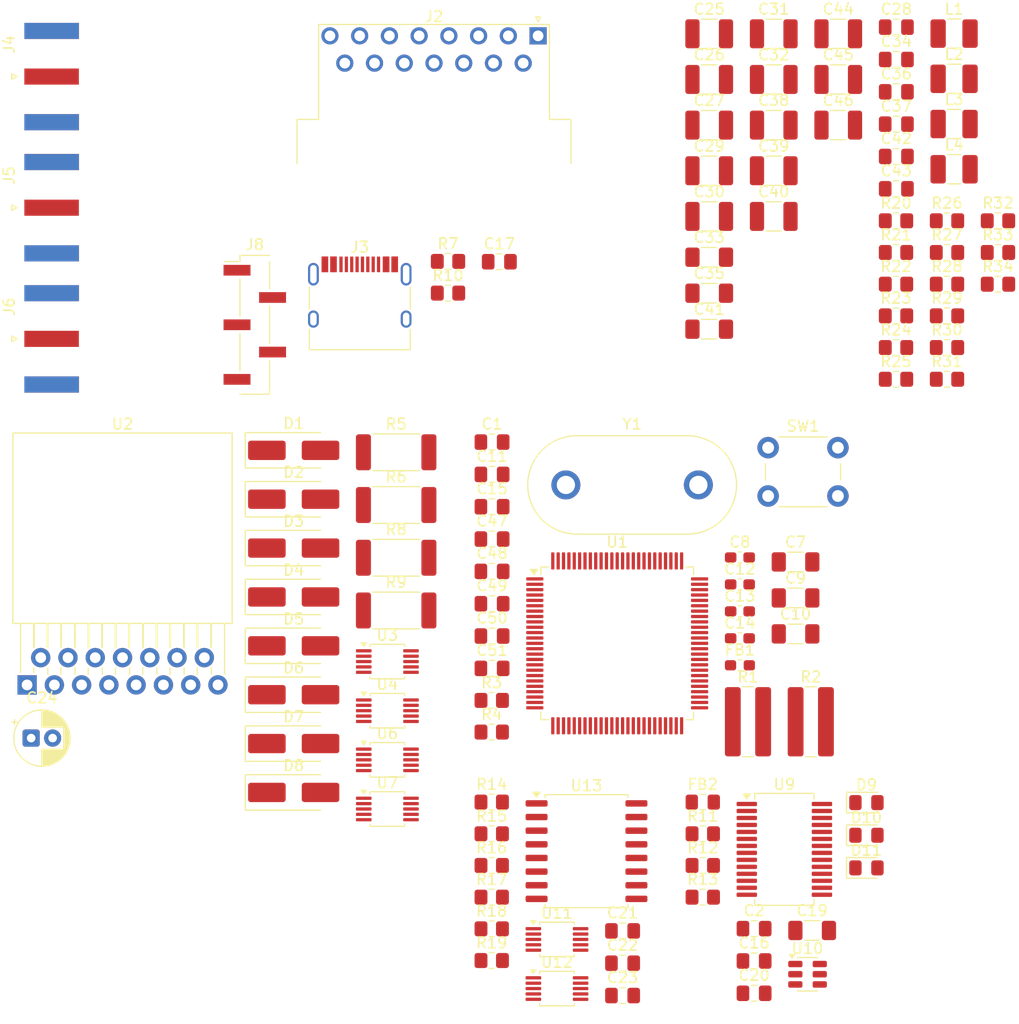
<source format=kicad_pcb>
(kicad_pcb (version 20241229) (generator "pcbnew") (generator_version "9.0")
  (layers (0 "F.Cu" signal) (2 "B.Cu" signal) (13 "F.Paste" user) (15 "B.Paste" user) (5 "F.SilkS" user "F.Silkscreen") (7 "B.SilkS" user "B.Silkscreen") (1 "F.Mask" user) (3 "B.Mask" user) (25 "Edge.Cuts" user))
  (net 0 "")
  (net 1 "GND")
  (net 2 "+3.3V")
  (net 3 "+3.3VA")
  (net 4 "/MCU/NRST")
  (net 5 "Net-(U1-PH1)")
  (net 6 "Net-(U1-PH0)")
  (net 7 "Net-(U1-VCAP_2)")
  (net 8 "Net-(U1-VCAP_1)")
  (net 9 "+24V")
  (net 10 "+15V")
  (net 11 "-15V")
  (net 12 "Net-(PS3-+VIN)")
  (net 13 "/L298/OUT1")
  (net 14 "/L298/OUT2")
  (net 15 "/L298/OUT3")
  (net 16 "/L298/OUT4")
  (net 17 "/UART/USB_VBUS")
  (net 18 "Net-(U10-VBUS)")
  (net 19 "+12V")
  (net 20 "/ADC/POT2_V")
  (net 21 "/ADC/POT1_V")
  (net 24 "/L298/MOTOR2+")
  (net 26 "/L298/MOTOR1+")
  (net 27 "/L298/MOTOR2-")
  (net 31 "/L298/MOTOR1-")
  (net 32 "/MCU/SINE_WAVE")
  (net 33 "/ADC/SineWaveIn")
  (net 34 "/ADC/SCL_ADC")
  (net 35 "/ADC/SDA_ADC")
  (net 39 "/ADC/ADC1")
  (net 42 "/L298/PWM1")
  (net 59 "/MCU/USART_RX")
  (net 66 "/L298/PWM2")
  (net 68 "/ADC/ADC2")
  (net 70 "/L298/IN4")
  (net 72 "/L298/IN3")
  (net 74 "/L298/IN2")
  (net 77 "/MCU/USART_TX")
  (net 79 "/L298/IN1")
  (net 81 "/MCU/SWCLK")
  (net 84 "/MCU/SWDIO")
  (net 87 "/ADC/ADC0")
  (net 99 "Net-(U1-BOOT0)")
  (net 114 "+5V")
  (net 122 "/UART/VCCIO")
  (net 125 "Net-(D9-K)")
  (net 126 "Net-(D11-K)")
  (net 129 "Net-(U9-USBD+)")
  (net 130 "Net-(U9-USBD-)")
  (net 135 "Net-(D10-K)")
  (net 136 "/UART/D+")
  (net 137 "Net-(J3-SHIELD)")
  (net 145 "Net-(U13-C_{AV})")
  (net 147 "Net-(U5-BOOT)")
  (net 148 "Net-(U5-SW)")
  (net 149 "Net-(U5-FB)")
  (net 150 "Net-(C32-Pad1)")
  (net 151 "Net-(U8-SW)")
  (net 152 "Net-(U8-BOOT)")
  (net 153 "Net-(U8-FB)")
  (net 154 "Net-(C40-Pad1)")
  (net 155 "Net-(U14-SW)")
  (net 156 "Net-(U14-BOOT)")
  (net 157 "Net-(C46-Pad1)")
  (net 158 "Net-(U14-FB)")
  (net 159 "Net-(D9-A)")
  (net 160 "Net-(D10-A)")
  (net 161 "Net-(D11-A)")
  (net 164 "Net-(J3-CC2)")
  (net 165 "Net-(J3-CC1)")
  (net 166 "Net-(R14-Pad1)")
  (net 167 "Net-(R16-Pad1)")
  (net 168 "Net-(U5-EN)")
  (net 169 "Net-(U8-EN)")
  (net 170 "Net-(U14-EN)")
  (footprint "Diode_SMD:D_SMA_Handsoldering" (layer "F.Cu") (at 116.125 106.875)
    (property "Reference" "D6" (at 0 -2.5 0) (layer "F.SilkS"))
    (property "Value" "SS36")
    (pad "1" smd roundrect (at -2.5 0) (size 3.5 1.8) (layers "F.Cu" "F.Mask" "F.Paste") (roundrect_rratio 0.1388888889) (net 10 "+15V"))
    (pad "2" smd roundrect (at 2.5 0) (size 3.5 1.8) (layers "F.Cu" "F.Mask" "F.Paste") (roundrect_rratio 0.1388888889) (net 14 "/L298/OUT2"))
  )
  (footprint "Capacitor_SMD:C_1206_3216Metric_Pad1.33x1.80mm_HandSolder" (layer "F.Cu") (at 162.87 97.865)
    (property "Reference" "C9" (at 0 -1.85 0) (layer "F.SilkS"))
    (property "Value" "1u")
    (pad "1" smd roundrect (at -1.5625 0) (size 1.325 1.8) (layers "F.Cu" "F.Mask" "F.Paste") (roundrect_rratio 0.188679) (net 3 "+3.3VA"))
    (pad "2" smd roundrect (at 1.5625 0) (size 1.325 1.8) (layers "F.Cu" "F.Mask" "F.Paste") (roundrect_rratio 0.188679) (net 1 "GND"))
  )
  (footprint "Capacitor_SMD:C_0805_2012Metric_Pad1.18x1.45mm_HandSolder" (layer "F.Cu") (at 135.28 66.565)
    (property "Reference" "C17" (at 0 -1.68 0) (layer "F.SilkS"))
    (property "Value" "4.7n")
    (pad "1" smd roundrect (at -1.0375 0) (size 1.175 1.45) (layers "F.Cu" "F.Mask" "F.Paste") (roundrect_rratio 0.212766) (net 137 "Net-(J3-SHIELD)"))
    (pad "2" smd roundrect (at 1.0375 0) (size 1.175 1.45) (layers "F.Cu" "F.Mask" "F.Paste") (roundrect_rratio 0.212766) (net 1 "GND"))
  )
  (footprint "Connector_USB:USB_C_Receptacle_HRO_TYPE-C-31-M-12" (layer "F.Cu") (at 122.28 70.855)
    (property "Reference" "J3" (at 0 -5.645 0) (layer "F.SilkS"))
    (property "Value" "USB_C_Receptacle_USB2.0_16P")
    (pad "" np_thru_hole circle (at -2.89 -2.6) (size 0.65 0.65) (drill 0.65) (layers "*.Cu" "*.Mask"))
    (pad "" np_thru_hole circle (at 2.89 -2.6) (size 0.65 0.65) (drill 0.65) (layers "*.Cu" "*.Mask"))
    (pad "A1" smd rect (at -3.25 -4.045) (size 0.6 1.45) (layers "F.Cu" "F.Mask" "F.Paste") (net 1 "GND"))
    (pad "A4" smd rect (at -2.45 -4.045) (size 0.6 1.45) (layers "F.Cu" "F.Mask" "F.Paste") (net 17 "/UART/USB_VBUS"))
    (pad "A5" smd rect (at -1.25 -4.045) (size 0.3 1.45) (layers "F.Cu" "F.Mask" "F.Paste") (net 165 "Net-(J3-CC1)"))
    (pad "A6" smd rect (at -0.25 -4.045) (size 0.3 1.45) (layers "F.Cu" "F.Mask" "F.Paste") (net 136 "/UART/D+"))
    (pad "A7" smd rect (at 0.25 -4.045) (size 0.3 1.45) (layers "F.Cu" "F.Mask" "F.Paste") (net 1 "GND"))
    (pad "A8" smd rect (at 1.25 -4.045) (size 0.3 1.45) (layers "F.Cu" "F.Mask" "F.Paste"))
    (pad "A9" smd rect (at 2.45 -4.045) (size 0.6 1.45) (layers "F.Cu" "F.Mask" "F.Paste") (net 17 "/UART/USB_VBUS"))
    (pad "A12" smd rect (at 3.25 -4.045) (size 0.6 1.45) (layers "F.Cu" "F.Mask" "F.Paste") (net 1 "GND"))
    (pad "B1" smd rect (at 3.25 -4.045) (size 0.6 1.45) (layers "F.Cu" "F.Mask" "F.Paste") (net 1 "GND"))
    (pad "B4" smd rect (at 2.45 -4.045) (size 0.6 1.45) (layers "F.Cu" "F.Mask" "F.Paste") (net 17 "/UART/USB_VBUS"))
    (pad "B5" smd rect (at 1.75 -4.045) (size 0.3 1.45) (layers "F.Cu" "F.Mask" "F.Paste") (net 164 "Net-(J3-CC2)"))
    (pad "B6" smd rect (at 0.75 -4.045) (size 0.3 1.45) (layers "F.Cu" "F.Mask" "F.Paste") (net 136 "/UART/D+"))
    (pad "B7" smd rect (at -0.75 -4.045) (size 0.3 1.45) (layers "F.Cu" "F.Mask" "F.Paste") (net 1 "GND"))
    (pad "B8" smd rect (at -1.75 -4.045) (size 0.3 1.45) (layers "F.Cu" "F.Mask" "F.Paste"))
    (pad "B9" smd rect (at -2.45 -4.045) (size 0.6 1.45) (layers "F.Cu" "F.Mask" "F.Paste") (net 17 "/UART/USB_VBUS"))
    (pad "B12" smd rect (at -3.25 -4.045) (size 0.6 1.45) (layers "F.Cu" "F.Mask" "F.Paste") (net 1 "GND"))
    (pad "S1" thru_hole oval (at -4.32 -3.13) (size 1 2.1) (drill oval 0.6 1.7) (property pad_prop_heatsink) (layers "*.Cu" "*.Mask") (net 137 "Net-(J3-SHIELD)"))
    (pad "S1" thru_hole oval (at -4.32 1.05) (size 1 1.6) (drill oval 0.6 1.2) (property pad_prop_heatsink) (layers "*.Cu" "*.Mask") (net 137 "Net-(J3-SHIELD)"))
    (pad "S1" thru_hole oval (at 4.32 -3.13) (size 1 2.1) (drill oval 0.6 1.7) (property pad_prop_heatsink) (layers "*.Cu" "*.Mask") (net 137 "Net-(J3-SHIELD)"))
    (pad "S1" thru_hole oval (at 4.32 1.05) (size 1 1.6) (drill oval 0.6 1.2) (property pad_prop_heatsink) (layers "*.Cu" "*.Mask") (net 137 "Net-(J3-SHIELD)"))
  )
  (footprint "Resistor_SMD:R_0805_2012Metric_Pad1.20x1.40mm_HandSolder" (layer "F.Cu") (at 134.57 116.875)
    (property "Reference" "R14" (at 0 -1.65 0) (layer "F.SilkS"))
    (property "Value" "75k")
    (pad "1" smd roundrect (at -1 0) (size 1.2 1.4) (layers "F.Cu" "F.Mask" "F.Paste") (roundrect_rratio 0.208333) (net 166 "Net-(R14-Pad1)"))
    (pad "2" smd roundrect (at 1 0) (size 1.2 1.4) (layers "F.Cu" "F.Mask" "F.Paste") (roundrect_rratio 0.208333) (net 20 "/ADC/POT2_V"))
  )
  (footprint "Diode_SMD:D_SMA_Handsoldering" (layer "F.Cu") (at 116.125 111.425)
    (property "Reference" "D7" (at 0 -2.5 0) (layer "F.SilkS"))
    (property "Value" "SS36")
    (pad "1" smd roundrect (at -2.5 0) (size 3.5 1.8) (layers "F.Cu" "F.Mask" "F.Paste") (roundrect_rratio 0.1388888889) (net 10 "+15V"))
    (pad "2" smd roundrect (at 2.5 0) (size 3.5 1.8) (layers "F.Cu" "F.Mask" "F.Paste") (roundrect_rratio 0.1388888889) (net 15 "/L298/OUT3"))
  )
  (footprint "Capacitor_SMD:C_0805_2012Metric_Pad1.18x1.45mm_HandSolder" (layer "F.Cu") (at 146.76 134.885)
    (property "Reference" "C23" (at 0 -1.68 0) (layer "F.SilkS"))
    (property "Value" "1u")
    (pad "1" smd roundrect (at -1.0375 0) (size 1.175 1.45) (layers "F.Cu" "F.Mask" "F.Paste") (roundrect_rratio 0.212766) (net 145 "Net-(U13-C_{AV})"))
    (pad "2" smd roundrect (at 1.0375 0) (size 1.175 1.45) (layers "F.Cu" "F.Mask" "F.Paste") (roundrect_rratio 0.212766) (net 68 "/ADC/ADC2"))
  )
  (footprint "Resistor_SMD:R_0805_2012Metric_Pad1.20x1.40mm_HandSolder" (layer "F.Cu") (at 172.23 62.755)
    (property "Reference" "R20" (at 0 -1.65 0) (layer "F.SilkS"))
    (property "Value" "49.9")
    (pad "1" smd roundrect (at -1 0) (size 1.2 1.4) (layers "F.Cu" "F.Mask" "F.Paste") (roundrect_rratio 0.208333) (net 114 "+5V"))
    (pad "2" smd roundrect (at 1 0) (size 1.2 1.4) (layers "F.Cu" "F.Mask" "F.Paste") (roundrect_rratio 0.208333) (net 150 "Net-(C32-Pad1)"))
  )
  (footprint "Resistor_SMD:R_0805_2012Metric_Pad1.20x1.40mm_HandSolder" (layer "F.Cu") (at 134.57 122.775)
    (property "Reference" "R16" (at 0 -1.65 0) (layer "F.SilkS"))
    (property "Value" "75k")
    (pad "1" smd roundrect (at -1 0) (size 1.2 1.4) (layers "F.Cu" "F.Mask" "F.Paste") (roundrect_rratio 0.208333) (net 167 "Net-(R16-Pad1)"))
    (pad "2" smd roundrect (at 1 0) (size 1.2 1.4) (layers "F.Cu" "F.Mask" "F.Paste") (roundrect_rratio 0.208333) (net 21 "/ADC/POT1_V"))
  )
  (footprint "Resistor_SMD:R_1225_3264Metric_Pad1.47x6.45mm_HandSolder" (layer "F.Cu") (at 164.29 109.395)
    (property "Reference" "R2" (at 0 -4.18 0) (layer "F.SilkS"))
    (property "Value" "4k7")
    (pad "1" smd roundrect (at -1.4125 0) (size 1.475 6.45) (layers "F.Cu" "F.Mask" "F.Paste") (roundrect_rratio 0.169492) (net 2 "+3.3V"))
    (pad "2" smd roundrect (at 1.4125 0) (size 1.475 6.45) (layers "F.Cu" "F.Mask" "F.Paste") (roundrect_rratio 0.169492) (net 35 "/ADC/SDA_ADC"))
  )
  (footprint "Capacitor_SMD:C_0805_2012Metric_Pad1.18x1.45mm_HandSolder" (layer "F.Cu") (at 146.76 131.875)
    (property "Reference" "C22" (at 0 -1.68 0) (layer "F.SilkS"))
    (property "Value" "100n")
    (pad "1" smd roundrect (at -1.0375 0) (size 1.175 1.45) (layers "F.Cu" "F.Mask" "F.Paste") (roundrect_rratio 0.212766) (net 87 "/ADC/ADC0"))
    (pad "2" smd roundrect (at 1.0375 0) (size 1.175 1.45) (layers "F.Cu" "F.Mask" "F.Paste") (roundrect_rratio 0.212766) (net 1 "GND"))
  )
  (footprint "Capacitor_SMD:C_1210_3225Metric_Pad1.33x2.70mm_HandSolder" (layer "F.Cu") (at 154.83 49.595)
    (property "Reference" "C26" (at 0 -2.3 0) (layer "F.SilkS"))
    (property "Value" "10u/25v")
    (pad "1" smd roundrect (at -1.5625 0) (size 1.325 2.7) (layers "F.Cu" "F.Mask" "F.Paste") (roundrect_rratio 0.188679) (net 10 "+15V"))
    (pad "2" smd roundrect (at 1.5625 0) (size 1.325 2.7) (layers "F.Cu" "F.Mask" "F.Paste") (roundrect_rratio 0.188679) (net 1 "GND"))
  )
  (footprint "Capacitor_SMD:C_1210_3225Metric_Pad1.33x2.70mm_HandSolder" (layer "F.Cu") (at 160.84 53.845)
    (property "Reference" "C38" (at 0 -2.3 0) (layer "F.SilkS"))
    (property "Value" "22u")
    (pad "1" smd roundrect (at -1.5625 0) (size 1.325 2.7) (layers "F.Cu" "F.Mask" "F.Paste") (roundrect_rratio 0.188679) (net 2 "+3.3V"))
    (pad "2" smd roundrect (at 1.5625 0) (size 1.325 2.7) (layers "F.Cu" "F.Mask" "F.Paste") (roundrect_rratio 0.188679) (net 1 "GND"))
  )
  (footprint "Capacitor_SMD:C_1206_3216Metric_Pad1.33x1.80mm_HandSolder" (layer "F.Cu") (at 162.87 101.215)
    (property "Reference" "C10" (at 0 -1.85 0) (layer "F.SilkS"))
    (property "Value" "1u")
    (pad "1" smd roundrect (at -1.5625 0) (size 1.325 1.8) (layers "F.Cu" "F.Mask" "F.Paste") (roundrect_rratio 0.188679) (net 2 "+3.3V"))
    (pad "2" smd roundrect (at 1.5625 0) (size 1.325 1.8) (layers "F.Cu" "F.Mask" "F.Paste") (roundrect_rratio 0.188679) (net 1 "GND"))
  )
  (footprint "Capacitor_SMD:C_0805_2012Metric_Pad1.18x1.45mm_HandSolder" (layer "F.Cu") (at 134.6 95.395)
    (property "Reference" "C48" (at 0 -1.68 0) (layer "F.SilkS"))
    (property "Value" "100n")
    (pad "1" smd roundrect (at -1.0375 0) (size 1.175 1.45) (layers "F.Cu" "F.Mask" "F.Paste") (roundrect_rratio 0.212766) (net 2 "+3.3V"))
    (pad "2" smd roundrect (at 1.0375 0) (size 1.175 1.45) (layers "F.Cu" "F.Mask" "F.Paste") (roundrect_rratio 0.212766) (net 1 "GND"))
  )
  (footprint "Crystal:Crystal_HC33-U_Vertical" (layer "F.Cu") (at 141.48 87.345)
    (property "Reference" "Y1" (at 6.17 -5.67 0) (layer "F.SilkS"))
    (property "Value" "8Mhz")
    (pad "1" thru_hole circle (at 0 0) (size 2.7 2.7) (drill 1.7) (layers "*.Cu" "*.Mask") (net 5 "Net-(U1-PH1)"))
    (pad "2" thru_hole circle (at 12.34 0) (size 2.7 2.7) (drill 1.7) (layers "*.Cu" "*.Mask") (net 1 "GND"))
  )
  (footprint "Resistor_SMD:R_0805_2012Metric_Pad1.20x1.40mm_HandSolder" (layer "F.Cu") (at 134.57 119.825)
    (property "Reference" "R15" (at 0 -1.65 0) (layer "F.SilkS"))
    (property "Value" "27k")
    (pad "1" smd roundrect (at -1 0) (size 1.2 1.4) (layers "F.Cu" "F.Mask" "F.Paste") (roundrect_rratio 0.208333) (net 1 "GND"))
    (pad "2" smd roundrect (at 1 0) (size 1.2 1.4) (layers "F.Cu" "F.Mask" "F.Paste") (roundrect_rratio 0.208333) (net 166 "Net-(R14-Pad1)"))
  )
  (footprint "Package_SO:VSSOP-10_3x3mm_P0.5mm" (layer "F.Cu") (at 124.85 108.365)
    (property "Reference" "U4" (at 0 -2.45 0) (layer "F.SilkS"))
    (property "Value" "INA226")
    (pad "1" smd roundrect (at -2.2 -1) (size 1.45 0.3) (layers "F.Cu" "F.Mask" "F.Paste") (net 1 "GND"))
    (pad "2" smd roundrect (at -2.2 -0.5) (size 1.45 0.3) (layers "F.Cu" "F.Mask" "F.Paste") (net 1 "GND"))
    (pad "3" smd roundrect (at -2.2 0) (size 1.45 0.3) (layers "F.Cu" "F.Mask" "F.Paste"))
    (pad "4" smd roundrect (at -2.2 0.5) (size 1.45 0.3) (layers "F.Cu" "F.Mask" "F.Paste") (net 35 "/ADC/SDA_ADC"))
    (pad "5" smd roundrect (at -2.2 1) (size 1.45 0.3) (layers "F.Cu" "F.Mask" "F.Paste") (net 34 "/ADC/SCL_ADC"))
    (pad "6" smd roundrect (at 2.2 1) (size 1.45 0.3) (layers "F.Cu" "F.Mask" "F.Paste") (net 2 "+3.3V"))
    (pad "7" smd roundrect (at 2.2 0.5) (size 1.45 0.3) (layers "F.Cu" "F.Mask" "F.Paste") (net 1 "GND"))
    (pad "8" smd roundrect (at 2.2 0) (size 1.45 0.3) (layers "F.Cu" "F.Mask" "F.Paste") (net 14 "/L298/OUT2"))
    (pad "9" smd roundrect (at 2.2 -0.5) (size 1.45 0.3) (layers "F.Cu" "F.Mask" "F.Paste") (net 31 "/L298/MOTOR1-"))
    (pad "10" smd roundrect (at 2.2 -1) (size 1.45 0.3) (layers "F.Cu" "F.Mask" "F.Paste") (net 14 "/L298/OUT2"))
  )
  (footprint "Diode_SMD:D_SMA_Handsoldering" (layer "F.Cu") (at 116.125 97.775)
    (property "Reference" "D4" (at 0 -2.5 0) (layer "F.SilkS"))
    (property "Value" "SS36")
    (pad "1" smd roundrect (at -2.5 0) (size 3.5 1.8) (layers "F.Cu" "F.Mask" "F.Paste") (roundrect_rratio 0.1388888889) (net 15 "/L298/OUT3"))
    (pad "2" smd roundrect (at 2.5 0) (size 3.5 1.8) (layers "F.Cu" "F.Mask" "F.Paste") (roundrect_rratio 0.1388888889) (net 1 "GND"))
  )
  (footprint "Capacitor_SMD:C_1210_3225Metric_Pad1.33x2.70mm_HandSolder" (layer "F.Cu") (at 166.85 49.595)
    (property "Reference" "C45" (at 0 -2.3 0) (layer "F.SilkS"))
    (property "Value" "22u")
    (pad "1" smd roundrect (at -1.5625 0) (size 1.325 2.7) (layers "F.Cu" "F.Mask" "F.Paste") (roundrect_rratio 0.188679) (net 19 "+12V"))
    (pad "2" smd roundrect (at 1.5625 0) (size 1.325 2.7) (layers "F.Cu" "F.Mask" "F.Paste") (roundrect_rratio 0.188679) (net 1 "GND"))
  )
  (footprint "Capacitor_SMD:C_0805_2012Metric_Pad1.18x1.45mm_HandSolder" (layer "F.Cu") (at 134.6 101.415)
    (property "Reference" "C50" (at 0 -1.68 0) (layer "F.SilkS"))
    (property "Value" "100n")
    (pad "1" smd roundrect (at -1.0375 0) (size 1.175 1.45) (layers "F.Cu" "F.Mask" "F.Paste") (roundrect_rratio 0.212766) (net 2 "+3.3V"))
    (pad "2" smd roundrect (at 1.0375 0) (size 1.175 1.45) (layers "F.Cu" "F.Mask" "F.Paste") (roundrect_rratio 0.212766) (net 1 "GND"))
  )
  (footprint "Resistor_SMD:R_0805_2012Metric_Pad1.20x1.40mm_HandSolder" (layer "F.Cu") (at 181.73 68.655)
    (property "Reference" "R34" (at 0 -1.65 0) (layer "F.SilkS"))
    (property "Value" "5k23")
    (pad "1" smd roundrect (at -1 0) (size 1.2 1.4) (layers "F.Cu" "F.Mask" "F.Paste") (roundrect_rratio 0.208333) (net 158 "Net-(U14-FB)"))
    (pad "2" smd roundrect (at 1 0) (size 1.2 1.4) (layers "F.Cu" "F.Mask" "F.Paste") (roundrect_rratio 0.208333) (net 1 "GND"))
  )
  (footprint "Capacitor_SMD:C_0805_2012Metric_Pad1.18x1.45mm_HandSolder" (layer "F.Cu") (at 172.26 44.725)
    (property "Reference" "C28" (at 0 -1.68 0) (layer "F.SilkS"))
    (property "Value" "100n")
    (pad "1" smd roundrect (at -1.0375 0) (size 1.175 1.45) (layers "F.Cu" "F.Mask" "F.Paste") (roundrect_rratio 0.212766) (net 147 "Net-(U5-BOOT)"))
    (pad "2" smd roundrect (at 1.0375 0) (size 1.175 1.45) (layers "F.Cu" "F.Mask" "F.Paste") (roundrect_rratio 0.212766) (net 148 "Net-(U5-SW)"))
  )
  (footprint "Resistor_SMD:R_0805_2012Metric_Pad1.20x1.40mm_HandSolder" (layer "F.Cu") (at 176.98 74.555)
    (property "Reference" "R30" (at 0 -1.65 0) (layer "F.SilkS"))
    (property "Value" "105k")
    (pad "1" smd roundrect (at -1 0) (size 1.2 1.4) (layers "F.Cu" "F.Mask" "F.Paste") (roundrect_rratio 0.208333) (net 1 "GND"))
    (pad "2" smd roundrect (at 1 0) (size 1.2 1.4) (layers "F.Cu" "F.Mask" "F.Paste") (roundrect_rratio 0.208333) (net 170 "Net-(U14-EN)"))
  )
  (footprint "Capacitor_SMD:C_0805_2012Metric_Pad1.18x1.45mm_HandSolder" (layer "F.Cu") (at 146.76 128.865)
    (property "Reference" "C21" (at 0 -1.68 0) (layer "F.SilkS"))
    (property "Value" "100n")
    (pad "1" smd roundrect (at -1.0375 0) (size 1.175 1.45) (layers "F.Cu" "F.Mask" "F.Paste") (roundrect_rratio 0.212766) (net 39 "/ADC/ADC1"))
    (pad "2" smd roundrect (at 1.0375 0) (size 1.175 1.45) (layers "F.Cu" "F.Mask" "F.Paste") (roundrect_rratio 0.212766) (net 1 "GND"))
  )
  (footprint "Connector_Coaxial:SMA_Amphenol_132289_EdgeMount" (layer "F.Cu") (at 93.575 49.325)
    (property "Reference" "J4" (at -3.96 -3 90) (layer "F.SilkS"))
    (property "Value" "Conn_Coaxial")
    (pad "1" smd rect (at 0 0 90) (size 1.5 5.08) (layers "F.Cu" "F.Mask" "F.Paste") (net 32 "/MCU/SINE_WAVE"))
    (pad "2" smd rect (at 0 -4.25 90) (size 1.5 5.08) (layers "F.Cu" "F.Mask" "F.Paste") (net 1 "GND"))
    (pad "2" smd rect (at 0 -4.25 90) (size 1.5 5.08) (layers "B.Cu" "B.Mask" "B.Paste") (net 1 "GND"))
    (pad "2" smd rect (at 0 4.25 90) (size 1.5 5.08) (layers "F.Cu" "F.Mask" "F.Paste") (net 1 "GND"))
    (pad "2" smd rect (at 0 4.25 90) (size 1.5 5.08) (layers "B.Cu" "B.Mask" "B.Paste") (net 1 "GND"))
  )
  (footprint "Diode_SMD:D_SMA_Handsoldering" (layer "F.Cu") (at 116.125 115.975)
    (property "Reference" "D8" (at 0 -2.5 0) (layer "F.SilkS"))
    (property "Value" "SS36")
    (pad "1" smd roundrect (at -2.5 0) (size 3.5 1.8) (layers "F.Cu" "F.Mask" "F.Paste") (roundrect_rratio 0.1388888889) (net 10 "+15V"))
    (pad "2" smd roundrect (at 2.5 0) (size 3.5 1.8) (layers "F.Cu" "F.Mask" "F.Paste") (roundrect_rratio 0.1388888889) (net 16 "/L298/OUT4"))
  )
  (footprint "Package_TO_SOT_SMD:SOT-23-6" (layer "F.Cu") (at 163.99 132.9)
    (property "Reference" "U10" (at 0 -2.4 0) (layer "F.SilkS"))
    (property "Value" "USBLC6-2SC6")
    (pad "1" smd roundrect (at -1.1375 -0.95) (size 1.325 0.6) (layers "F.Cu" "F.Mask" "F.Paste") (net 129 "Net-(U9-USBD+)"))
    (pad "2" smd roundrect (at -1.1375 0) (size 1.325 0.6) (layers "F.Cu" "F.Mask" "F.Paste") (net 1 "GND"))
    (pad "3" smd roundrect (at -1.1375 0.95) (size 1.325 0.6) (layers "F.Cu" "F.Mask" "F.Paste") (net 136 "/UART/D+"))
    (pad "4" smd roundrect (at 1.1375 0.95) (size 1.325 0.6) (layers "F.Cu" "F.Mask" "F.Paste") (net 1 "GND"))
    (pad "5" smd roundrect (at 1.1375 0) (size 1.325 0.6) (layers "F.Cu" "F.Mask" "F.Paste") (net 18 "Net-(U10-VBUS)"))
    (pad "6" smd roundrect (at 1.1375 -0.95) (size 1.325 0.6) (layers "F.Cu" "F.Mask" "F.Paste") (net 130 "Net-(U9-USBD-)"))
  )
  (footprint "Inductor_SMD:L_0603_1608Metric_Pad1.05x0.95mm_HandSolder" (layer "F.Cu") (at 157.69 104.135)
    (property "Reference" "FB1" (at 0 -1.43 0) (layer "F.SilkS"))
    (property "Value" "120R")
    (pad "1" smd roundrect (at -0.875 0) (size 1.05 0.95) (layers "F.Cu" "F.Mask" "F.Paste") (net 2 "+3.3V"))
    (pad "2" smd roundrect (at 0.875 0) (size 1.05 0.95) (layers "F.Cu" "F.Mask" "F.Paste") (net 3 "+3.3VA"))
  )
  (footprint "Resistor_SMD:R_0805_2012Metric_Pad1.20x1.40mm_HandSolder" (layer "F.Cu") (at 176.98 62.755)
    (property "Reference" "R26" (at 0 -1.65 0) (layer "F.SilkS"))
    (property "Value" "511k")
    (pad "1" smd roundrect (at -1 0) (size 1.2 1.4) (layers "F.Cu" "F.Mask" "F.Paste") (roundrect_rratio 0.208333) (net 169 "Net-(U8-EN)"))
    (pad "2" smd roundrect (at 1 0) (size 1.2 1.4) (layers "F.Cu" "F.Mask" "F.Paste") (roundrect_rratio 0.208333) (net 9 "+24V"))
  )
  (footprint "Capacitor_SMD:C_1210_3225Metric_Pad1.33x2.70mm_HandSolder" (layer "F.Cu") (at 166.85 53.845)
    (property "Reference" "C46" (at 0 -2.3 0) (layer "F.SilkS"))
    (property "Value" "22u")
    (pad "1" smd roundrect (at -1.5625 0) (size 1.325 2.7) (layers "F.Cu" "F.Mask" "F.Paste") (roundrect_rratio 0.188679) (net 157 "Net-(C46-Pad1)"))
    (pad "2" smd roundrect (at 1.5625 0) (size 1.325 2.7) (layers "F.Cu" "F.Mask" "F.Paste") (roundrect_rratio 0.188679) (net 158 "Net-(U14-FB)"))
  )
  (footprint "Resistor_SMD:R_2512_6332Metric_Pad1.40x3.35mm_HandSolder" (layer "F.Cu") (at 125.67 94.125)
    (property "Reference" "R8" (at 0 -2.63 0) (layer "F.SilkS"))
    (property "Value" "50m")
    (pad "1" smd roundrect (at -3.05 0) (size 1.4 3.35) (layers "F.Cu" "F.Mask" "F.Paste") (roundrect_rratio 0.178571) (net 15 "/L298/OUT3"))
    (pad "2" smd roundrect (at 3.05 0) (size 1.4 3.35) (layers "F.Cu" "F.Mask" "F.Paste") (roundrect_rratio 0.178571) (net 24 "/L298/MOTOR2+"))
  )
  (footprint "Capacitor_SMD:C_1210_3225Metric_Pad1.33x2.70mm_HandSolder" (layer "F.Cu") (at 160.84 58.095)
    (property "Reference" "C39" (at 0 -2.3 0) (layer "F.SilkS"))
    (property "Value" "22u")
    (pad "1" smd roundrect (at -1.5625 0) (size 1.325 2.7) (layers "F.Cu" "F.Mask" "F.Paste") (roundrect_rratio 0.188679) (net 2 "+3.3V"))
    (pad "2" smd roundrect (at 1.5625 0) (size 1.325 2.7) (layers "F.Cu" "F.Mask" "F.Paste") (roundrect_rratio 0.188679) (net 1 "GND"))
  )
  (footprint "Resistor_SMD:R_0805_2012Metric_Pad1.20x1.40mm_HandSolder" (layer "F.Cu") (at 130.5 66.535)
    (property "Reference" "R7" (at 0 -1.65 0) (layer "F.SilkS"))
    (property "Value" "5k1")
    (pad "1" smd roundrect (at -1 0) (size 1.2 1.4) (layers "F.Cu" "F.Mask" "F.Paste") (roundrect_rratio 0.208333) (net 165 "Net-(J3-CC1)"))
    (pad "2" smd roundrect (at 1 0) (size 1.2 1.4) (layers "F.Cu" "F.Mask" "F.Paste") (roundrect_rratio 0.208333) (net 1 "GND"))
  )
  (footprint "Capacitor_SMD:C_0805_2012Metric_Pad1.18x1.45mm_HandSolder" (layer "F.Cu") (at 172.26 50.745)
    (property "Reference" "C36" (at 0 -1.68 0) (layer "F.SilkS"))
    (property "Value" "0.1u")
    (pad "1" smd roundrect (at -1.0375 0) (size 1.175 1.45) (layers "F.Cu" "F.Mask" "F.Paste") (roundrect_rratio 0.212766) (net 9 "+24V"))
    (pad "2" smd roundrect (at 1.0375 0) (size 1.175 1.45) (layers "F.Cu" "F.Mask" "F.Paste") (roundrect_rratio 0.212766) (net 1 "GND"))
  )
  (footprint "Resistor_SMD:R_0805_2012Metric_Pad1.20x1.40mm_HandSolder" (layer "F.Cu") (at 172.23 68.655)
    (property "Reference" "R22" (at 0 -1.65 0) (layer "F.SilkS"))
    (property "Value" "13k3")
    (pad "1" smd roundrect (at -1 0) (size 1.2 1.4) (layers "F.Cu" "F.Mask" "F.Paste") (roundrect_rratio 0.208333) (net 149 "Net-(U5-FB)"))
    (pad "2" smd roundrect (at 1 0) (size 1.2 1.4) (layers "F.Cu" "F.Mask" "F.Paste") (roundrect_rratio 0.208333) (net 1 "GND"))
  )
  (footprint "Capacitor_SMD:C_1210_3225Metric_Pad1.33x2.70mm_HandSolder" (layer "F.Cu") (at 154.83 45.345)
    (property "Reference" "C25" (at 0 -2.3 0) (layer "F.SilkS"))
    (property "Value" "10u/50v")
    (pad "1" smd roundrect (at -1.5625 0) (size 1.325 2.7) (layers "F.Cu" "F.Mask" "F.Paste") (roundrect_rratio 0.188679) (net 9 "+24V"))
    (pad "2" smd roundrect (at 1.5625 0) (size 1.325 2.7) (layers "F.Cu" "F.Mask" "F.Paste") (roundrect_rratio 0.188679) (net 1 "GND"))
  )
  (footprint "Capacitor_SMD:C_1206_3216Metric_Pad1.33x1.80mm_HandSolder" (layer "F.Cu") (at 154.83 66.145)
    (property "Reference" "C33" (at 0 -1.85 0) (layer "F.SilkS"))
    (property "Value" "10u")
    (pad "1" smd roundrect (at -1.5625 0) (size 1.325 1.8) (layers "F.Cu" "F.Mask" "F.Paste") (roundrect_rratio 0.188679) (net 9 "+24V"))
    (pad "2" smd roundrect (at 1.5625 0) (size 1.325 1.8) (layers "F.Cu" "F.Mask" "F.Paste") (roundrect_rratio 0.188679) (net 1 "GND"))
  )
  (footprint "Inductor_SMD:L_0805_2012Metric_Pad1.15x1.40mm_HandSolder" (layer "F.Cu") (at 154.23 116.875)
    (property "Reference" "FB2" (at 0 -1.65 0) (layer "F.SilkS"))
    (property "Value" "FerriteBead")
    (pad "1" smd roundrect (at -1.025 0) (size 1.15 1.4) (layers "F.Cu" "F.Mask" "F.Paste") (roundrect_rratio 0.217391) (net 17 "/UART/USB_VBUS"))
    (pad "2" smd roundrect (at 1.025 0) (size 1.15 1.4) (layers "F.Cu" "F.Mask" "F.Paste") (roundrect_rratio 0.217391) (net 18 "Net-(U10-VBUS)"))
  )
  (footprint "Capacitor_SMD:C_1210_3225Metric_Pad1.33x2.70mm_HandSolder" (layer "F.Cu") (at 166.85 45.345)
    (property "Reference" "C44" (at 0 -2.3 0) (layer "F.SilkS"))
    (property "Value" "22u")
    (pad "1" smd roundrect (at -1.5625 0) (size 1.325 2.7) (layers "F.Cu" "F.Mask" "F.Paste") (roundrect_rratio 0.188679) (net 19 "+12V"))
    (pad "2" smd roundrect (at 1.5625 0) (size 1.325 2.7) (layers "F.Cu" "F.Mask" "F.Paste") (roundrect_rratio 0.188679) (net 1 "GND"))
  )
  (footprint "Capacitor_SMD:C_0805_2012Metric_Pad1.18x1.45mm_HandSolder" (layer "F.Cu") (at 172.26 47.735)
    (property "Reference" "C34" (at 0 -1.68 0) (layer "F.SilkS"))
    (property "Value" "0.1u")
    (pad "1" smd roundrect (at -1.0375 0) (size 1.175 1.45) (layers "F.Cu" "F.Mask" "F.Paste") (roundrect_rratio 0.212766) (net 9 "+24V"))
    (pad "2" smd roundrect (at 1.0375 0) (size 1.175 1.45) (layers "F.Cu" "F.Mask" "F.Paste") (roundrect_rratio 0.212766) (net 1 "GND"))
  )
  (footprint "Resistor_SMD:R_0805_2012Metric_Pad1.20x1.40mm_HandSolder" (layer "F.Cu") (at 134.57 110.355)
    (property "Reference" "R4" (at 0 -1.65 0) (layer "F.SilkS"))
    (property "Value" "10k")
    (pad "1" smd roundrect (at -1 0) (size 1.2 1.4) (layers "F.Cu" "F.Mask" "F.Paste") (roundrect_rratio 0.208333) (net 4 "/MCU/NRST"))
    (pad "2" smd roundrect (at 1 0) (size 1.2 1.4) (layers "F.Cu" "F.Mask" "F.Paste") (roundrect_rratio 0.208333) (net 2 "+3.3V"))
  )
  (footprint "Resistor_SMD:R_2512_6332Metric_Pad1.40x3.35mm_HandSolder" (layer "F.Cu") (at 125.67 89.215)
    (property "Reference" "R6" (at 0 -2.63 0) (layer "F.SilkS"))
    (property "Value" "50m")
    (pad "1" smd roundrect (at -3.05 0) (size 1.4 3.35) (layers "F.Cu" "F.Mask" "F.Paste") (roundrect_rratio 0.178571) (net 14 "/L298/OUT2"))
    (pad "2" smd roundrect (at 3.05 0) (size 1.4 3.35) (layers "F.Cu" "F.Mask" "F.Paste") (roundrect_rratio 0.178571) (net 31 "/L298/MOTOR1-"))
  )
  (footprint "Inductor_SMD:L_1210_3225Metric_Pad1.42x2.65mm_HandSolder" (layer "F.Cu") (at 177.64 53.745)
    (property "Reference" "L3" (at 0 -2.28 0) (layer "F.SilkS"))
    (property "Value" "15u")
    (pad "1" smd roundrect (at -1.4875 0) (size 1.425 2.65) (layers "F.Cu" "F.Mask" "F.Paste") (roundrect_rratio 0.175439) (net 148 "Net-(U5-SW)"))
    (pad "2" smd roundrect (at 1.4875 0) (size 1.425 2.65) (layers "F.Cu" "F.Mask" "F.Paste") (roundrect_rratio 0.175439) (net 114 "+5V"))
  )
  (footprint "Package_QFP:LQFP-100_14x14mm_P0.5mm" (layer "F.Cu") (at 146.26 102.095)
    (property "Reference" "U1" (at 0 -9.43 0) (layer "F.SilkS"))
    (property "Value" "STM32F407VGTx")
    (pad "1" smd roundrect (at -7.675 -6) (size 1.6 0.3) (layers "F.Cu" "F.Mask" "F.Paste"))
    (pad "2" smd roundrect (at -7.675 -5.5) (size 1.6 0.3) (layers "F.Cu" "F.Mask" "F.Paste"))
    (pad "3" smd roundrect (at -7.675 -5) (size 1.6 0.3) (layers "F.Cu" "F.Mask" "F.Paste"))
    (pad "4" smd roundrect (at -7.675 -4.5) (size 1.6 0.3) (layers "F.Cu" "F.Mask" "F.Paste"))
    (pad "5" smd roundrect (at -7.675 -4) (size 1.6 0.3) (layers "F.Cu" "F.Mask" "F.Paste"))
    (pad "6" smd roundrect (at -7.675 -3.5) (size 1.6 0.3) (layers "F.Cu" "F.Mask" "F.Paste") (net 2 "+3.3V"))
    (pad "7" smd roundrect (at -7.675 -3) (size 1.6 0.3) (layers "F.Cu" "F.Mask" "F.Paste"))
    (pad "8" smd roundrect (at -7.675 -2.5) (size 1.6 0.3) (layers "F.Cu" "F.Mask" "F.Paste"))
    (pad "9" smd roundrect (at -7.675 -2) (size 1.6 0.3) (layers "F.Cu" "F.Mask" "F.Paste"))
    (pad "10" smd roundrect (at -7.675 -1.5) (size 1.6 0.3) (layers "F.Cu" "F.Mask" "F.Paste") (net 1 "GND"))
    (pad "11" smd roundrect (at -7.675 -1) (size 1.6 0.3) (layers "F.Cu" "F.Mask" "F.Paste") (net 2 "+3.3V"))
    (pad "12" smd roundrect (at -7.675 -0.5) (size 1.6 0.3) (layers "F.Cu" "F.Mask" "F.Paste") (net 6 "Net-(U1-PH0)"))
    (pad "13" smd roundrect (at -7.675 0) (size 1.6 0.3) (layers "F.Cu" "F.Mask" "F.Paste") (net 5 "Net-(U1-PH1)"))
    (pad "14" smd roundrect (at -7.675 0.5) (size 1.6 0.3) (layers "F.Cu" "F.Mask" "F.Paste") (net 4 "/MCU/NRST"))
    (pad "15" smd roundrect (at -7.675 1) (size 1.6 0.3) (layers "F.Cu" "F.Mask" "F.Paste"))
    (pad "16" smd roundrect (at -7.675 1.5) (size 1.6 0.3) (layers "F.Cu" "F.Mask" "F.Paste"))
    (pad "17" smd roundrect (at -7.675 2) (size 1.6 0.3) (layers "F.Cu" "F.Mask" "F.Paste"))
    (pad "18" smd roundrect (at -7.675 2.5) (size 1.6 0.3) (layers "F.Cu" "F.Mask" "F.Paste"))
    (pad "19" smd roundrect (at -7.675 3) (size 1.6 0.3) (layers "F.Cu" "F.Mask" "F.Paste") (net 2 "+3.3V"))
    (pad "20" smd roundrect (at -7.675 3.5) (size 1.6 0.3) (layers "F.Cu" "F.Mask" "F.Paste") (net 1 "GND"))
    (pad "21" smd roundrect (at -7.675 4) (size 1.6 0.3) (layers "F.Cu" "F.Mask" "F.Paste") (net 3 "+3.3VA"))
    (pad "22" smd roundrect (at -7.675 4.5) (size 1.6 0.3) (layers "F.Cu" "F.Mask" "F.Paste") (net 3 "+3.3VA"))
    (pad "23" smd roundrect (at -7.675 5) (size 1.6 0.3) (layers "F.Cu" "F.Mask" "F.Paste") (net 66 "/L298/PWM2"))
    (pad "24" smd roundrect (at -7.675 5.5) (size 1.6 0.3) (layers "F.Cu" "F.Mask" "F.Paste") (net 87 "/ADC/ADC0"))
    (pad "25" smd roundrect (at -7.675 6) (size 1.6 0.3) (layers "F.Cu" "F.Mask" "F.Paste") (net 39 "/ADC/ADC1"))
    (pad "26" smd roundrect (at -6 7.675) (size 0.3 1.6) (layers "F.Cu" "F.Mask" "F.Paste") (net 68 "/ADC/ADC2"))
    (pad "27" smd roundrect (at -5.5 7.675) (size 0.3 1.6) (layers "F.Cu" "F.Mask" "F.Paste") (net 1 "GND"))
    (pad "28" smd roundrect (at -5 7.675) (size 0.3 1.6) (layers "F.Cu" "F.Mask" "F.Paste") (net 2 "+3.3V"))
    (pad "29" smd roundrect (at -4.5 7.675) (size 0.3 1.6) (layers "F.Cu" "F.Mask" "F.Paste") (net 32 "/MCU/SINE_WAVE"))
    (pad "30" smd roundrect (at -4 7.675) (size 0.3 1.6) (layers "F.Cu" "F.Mask" "F.Paste"))
    (pad "31" smd roundrect (at -3.5 7.675) (size 0.3 1.6) (layers "F.Cu" "F.Mask" "F.Paste"))
    (pad "32" smd roundrect (at -3 7.675) (size 0.3 1.6) (layers "F.Cu" "F.Mask" "F.Paste"))
    (pad "33" smd roundrect (at -2.5 7.675) (size 0.3 1.6) (layers "F.Cu" "F.Mask" "F.Paste"))
    (pad "34" smd roundrect (at -2 7.675) (size 0.3 1.6) (layers "F.Cu" "F.Mask" "F.Paste"))
    (pad "35" smd roundrect (at -1.5 7.675) (size 0.3 1.6) (layers "F.Cu" "F.Mask" "F.Paste"))
    (pad "36" smd roundrect (at -1 7.675) (size 0.3 1.6) (layers "F.Cu" "F.Mask" "F.Paste"))
    (pad "37" smd roundrect (at -0.5 7.675) (size 0.3 1.6) (layers "F.Cu" "F.Mask" "F.Paste"))
    (pad "38" smd roundrect (at 0 7.675) (size 0.3 1.6) (layers "F.Cu" "F.Mask" "F.Paste") (net 79 "/L298/IN1"))
    (pad "39" smd roundrect (at 0.5 7.675) (size 0.3 1.6) (layers "F.Cu" "F.Mask" "F.Paste") (net 74 "/L298/IN2"))
    (pad "40" smd roundrect (at 1 7.675) (size 0.3 1.6) (layers "F.Cu" "F.Mask" "F.Paste") (net 72 "/L298/IN3"))
    (pad "41" smd roundrect (at 1.5 7.675) (size 0.3 1.6) (layers "F.Cu" "F.Mask" "F.Paste"))
    (pad "42" smd roundrect (at 2 7.675) (size 0.3 1.6) (layers "F.Cu" "F.Mask" "F.Paste") (net 70 "/L298/IN4"))
    (pad "43" smd roundrect (at 2.5 7.675) (size 0.3 1.6) (layers "F.Cu" "F.Mask" "F.Paste"))
    (pad "44" smd roundrect (at 3 7.675) (size 0.3 1.6) (layers "F.Cu" "F.Mask" "F.Paste"))
    (pad "45" smd roundrect (at 3.5 7.675) (size 0.3 1.6) (layers "F.Cu" "F.Mask" "F.Paste"))
    (pad "46" smd roundrect (at 4 7.675) (size 0.3 1.6) (layers "F.Cu" "F.Mask" "F.Paste"))
    (pad "47" smd roundrect (at 4.5 7.675) (size 0.3 1.6) (layers "F.Cu" "F.Mask" "F.Paste"))
    (pad "48" smd roundrect (at 5 7.675) (size 0.3 1.6) (layers "F.Cu" "F.Mask" "F.Paste"))
    (pad "49" smd roundrect (at 5.5 7.675) (size 0.3 1.6) (layers "F.Cu" "F.Mask" "F.Paste") (net 8 "Net-(U1-VCAP_1)"))
    (pad "50" smd roundrect (at 6 7.675) (size 0.3 1.6) (layers "F.Cu" "F.Mask" "F.Paste") (net 2 "+3.3V"))
    (pad "51" smd roundrect (at 7.675 6) (size 1.6 0.3) (layers "F.Cu" "F.Mask" "F.Paste"))
    (pad "52" smd roundrect (at 7.675 5.5) (size 1.6 0.3) (layers "F.Cu" "F.Mask" "F.Paste"))
    (pad "53" smd roundrect (at 7.675 5) (size 1.6 0.3) (layers "F.Cu" "F.Mask" "F.Paste"))
    (pad "54" smd roundrect (at 7.675 4.5) (size 1.6 0.3) (layers "F.Cu" "F.Mask" "F.Paste"))
    (pad "55" smd roundrect (at 7.675 4) (size 1.6 0.3) (layers "F.Cu" "F.Mask" "F.Paste"))
    (pad "56" smd roundrect (at 7.675 3.5) (size 1.6 0.3) (layers "F.Cu" "F.Mask" "F.Paste"))
    (pad "57" smd roundrect (at 7.675 3) (size 1.6 0.3) (layers "F.Cu" "F.Mask" "F.Paste"))
    (pad "58" smd roundrect (at 7.675 2.5) (size 1.6 0.3) (layers "F.Cu" "F.Mask" "F.Paste"))
    (pad "59" smd roundrect (at 7.675 2) (size 1.6 0.3) (layers "F.Cu" "F.Mask" "F.Paste"))
    (pad "60" smd roundrect (at 7.675 1.5) (size 1.6 0.3) (layers "F.Cu" "F.Mask" "F.Paste"))
    (pad "61" smd roundrect (at 7.675 1) (size 1.6 0.3) (layers "F.Cu" "F.Mask" "F.Paste"))
    (pad "62" smd roundrect (at 7.675 0.5) (size 1.6 0.3) (layers "F.Cu" "F.Mask" "F.Paste"))
    (pad "63" smd roundrect (at 7.675 0) (size 1.6 0.3) (layers "F.Cu" "F.Mask" "F.Paste"))
    (pad "64" smd roundrect (at 7.675 -0.5) (size 1.6 0.3) (layers "F.Cu" "F.Mask" "F.Paste"))
    (pad "65" smd roundrect (at 7.675 -1) (size 1.6 0.3) (layers "F.Cu" "F.Mask" "F.Paste"))
    (pad "66" smd roundrect (at 7.675 -1.5) (size 1.6 0.3) (layers "F.Cu" "F.Mask" "F.Paste"))
    (pad "67" smd roundrect (at 7.675 -2) (size 1.6 0.3) (layers "F.Cu" "F.Mask" "F.Paste") (net 42 "/L298/PWM1"))
    (pad "68" smd roundrect (at 7.675 -2.5) (size 1.6 0.3) (layers "F.Cu" "F.Mask" "F.Paste"))
    (pad "69" smd roundrect (at 7.675 -3) (size 1.6 0.3) (layers "F.Cu" "F.Mask" "F.Paste"))
    (pad "70" smd roundrect (at 7.675 -3.5) (size 1.6 0.3) (layers "F.Cu" "F.Mask" "F.Paste"))
    (pad "71" smd roundrect (at 7.675 -4) (size 1.6 0.3) (layers "F.Cu" "F.Mask" "F.Paste"))
    (pad "72" smd roundrect (at 7.675 -4.5) (size 1.6 0.3) (layers "F.Cu" "F.Mask" "F.Paste") (net 84 "/MCU/SWDIO"))
    (pad "73" smd roundrect (at 7.675 -5) (size 1.6 0.3) (layers "F.Cu" "F.Mask" "F.Paste") (net 7 "Net-(U1-VCAP_2)"))
    (pad "74" smd roundrect (at 7.675 -5.5) (size 1.6 0.3) (layers "F.Cu" "F.Mask" "F.Paste") (net 1 "GND"))
    (pad "75" smd roundrect (at 7.675 -6) (size 1.6 0.3) (layers "F.Cu" "F.Mask" "F.Paste") (net 2 "+3.3V"))
    (pad "76" smd roundrect (at 6 -7.675) (size 0.3 1.6) (layers "F.Cu" "F.Mask" "F.Paste") (net 81 "/MCU/SWCLK"))
    (pad "77" smd roundrect (at 5.5 -7.675) (size 0.3 1.6) (layers "F.Cu" "F.Mask" "F.Paste"))
    (pad "78" smd roundrect (at 5 -7.675) (size 0.3 1.6) (layers "F.Cu" "F.Mask" "F.Paste"))
    (pad "79" smd roundrect (at 4.5 -7.675) (size 0.3 1.6) (layers "F.Cu" "F.Mask" "F.Paste"))
    (pad "80" smd roundrect (at 4 -7.675) (size 0.3 1.6) (layers "F.Cu" "F.Mask" "F.Paste"))
    (pad "81" smd roundrect (at 3.5 -7.675) (size 0.3 1.6) (layers "F.Cu" "F.Mask" "F.Paste"))
    (pad "82" smd roundrect (at 3 -7.675) (size 0.3 1.6) (layers "F.Cu" "F.Mask" "F.Paste"))
    (pad "83" smd roundrect (at 2.5 -7.675) (size 0.3 1.6) (layers "F.Cu" "F.Mask" "F.Paste"))
    (pad "84" smd roundrect (at 2 -7.675) (size 0.3 1.6) (layers "F.Cu" "F.Mask" "F.Paste"))
    (pad "85" smd roundrect (at 1.5 -7.675) (size 0.3 1.6) (layers "F.Cu" "F.Mask" "F.Paste"))
    (pad "86" smd roundrect (at 1 -7.675) (size 0.3 1.6) (layers "F.Cu" "F.Mask" "F.Paste") (net 77 "/MCU/USART_TX"))
    (pad "87" smd roundrect (at 0.5 -7.675) (size 0.3 1.6) (layers "F.Cu" "F.Mask" "F.Paste") (net 59 "/MCU/USART_RX"))
    (pad "88" smd roundrect (at 0 -7.675) (size 0.3 1.6) (layers "F.Cu" "F.Mask" "F.Paste"))
    (pad "89" smd roundrect (at -0.5 -7.675) (size 0.3 1.6) (layers "F.Cu" "F.Mask" "F.Paste"))
    (pad "90" smd roundrect (at -1 -7.675) (size 0.3 1.6) (layers "F.Cu" "F.Mask" "F.Paste"))
    (pad "91" smd roundrect (at -1.5 -7.675) (size 0.3 1.6) (layers "F.Cu" "F.Mask" "F.Paste"))
    (pad "92" smd roundrect (at -2 -7.675) (size 0.3 1.6) (layers "F.Cu" "F.Mask" "F.Paste") (net 34 "/ADC/SCL_ADC"))
    (pad "93" smd roundrect (at -2.5 -7.675) (size 0.3 1.6) (layers "F.Cu" "F.Mask" "F.Paste") (net 35 "/ADC/SDA_ADC"))
    (pad "94" smd roundrect (at -3 -7.675) (size 0.3 1.6) (layers "F.Cu" "F.Mask" "F.Paste") (net 99 "Net-(U1-BOOT0)"))
    (pad "95" smd roundrect (at -3.5 -7.675) (size 0.3 1.6) (layers "F.Cu" "F.Mask" "F.Paste"))
    (pad "96" smd roundrect (at -4 -7.675) (size 0.3 1.6) (layers "F.Cu" "F.Mask" "F.Paste"))
    (pad "97" smd roundrect (at -4.5 -7.675) (size 0.3 1.6) (layers "F.Cu" "F.Mask" "F.Paste"))
    (pad "98" smd roundrect (at -5 -7.675) (size 0.3 1.6) (layers "F.Cu" "F.Mask" "F.Paste"))
    (pad "99" smd roundrect (at -5.5 -7.675) (size 0.3 1.6) (layers "F.Cu" "F.Mask" "F.Paste") (net 1 "GND"))
    (pad "100" smd roundrect (at -6 -7.675) (size 0.3 1.6) (layers "F.Cu" "F.Mask" "F.Paste") (net 2 "+3.3V"))
  )
  (footprint "Connector_PinHeader_2.54mm:PinHeader_1x05_P2.54mm_Vertical_SMD_Pin1Left" (layer "F.Cu") (at 112.5 72.435)
    (property "Reference" "J8" (at 0 -7.46 0) (layer "F.SilkS"))
    (property "Value" "Conn_01x05_Pin")
    (pad "1" smd rect (at -1.655 -5.08) (size 2.51 1) (layers "F.Cu" "F.Mask" "F.Paste") (net 1 "GND"))
    (pad "2" smd rect (at 1.655 -2.54) (size 2.51 1) (layers "F.Cu" "F.Mask" "F.Paste") (net 84 "/MCU/SWDIO"))
    (pad "3" smd rect (at -1.655 0) (size 2.51 1) (layers "F.Cu" "F.Mask" "F.Paste") (net 81 "/MCU/SWCLK"))
    (pad "4" smd rect (at 1.655 2.54) (size 2.51 1) (layers "F.Cu" "F.Mask" "F.Paste") (net 4 "/MCU/NRST"))
    (pad "5" smd rect (at -1.655 5.08) (size 2.51 1) (layers "F.Cu" "F.Mask" "F.Paste") (net 2 "+3.3V"))
  )
  (footprint "Package_SO:VSSOP-10_3x3mm_P0.5mm" (layer "F.Cu") (at 124.85 117.515)
    (property "Reference" "U7" (at 0 -2.45 0) (layer "F.SilkS"))
    (property "Value" "INA226")
    (pad "1" smd roundrect (at -2.2 -1) (size 1.45 0.3) (layers "F.Cu" "F.Mask" "F.Paste") (net 2 "+3.3V"))
    (pad "2" smd roundrect (at -2.2 -0.5) (size 1.45 0.3) (layers "F.Cu" "F.Mask" "F.Paste") (net 1 "GND"))
    (pad "3" smd roundrect (at -2.2 0) (size 1.45 0.3) (layers "F.Cu" "F.Mask" "F.Paste"))
    (pad "4" smd roundrect (at -2.2 0.5) (size 1.45 0.3) (layers "F.Cu" "F.Mask" "F.Paste") (net 35 "/ADC/SDA_ADC"))
    (pad "5" smd roundrect (at -2.2 1) (size 1.45 0.3) (layers "F.Cu" "F.Mask" "F.Paste") (net 34 "/ADC/SCL_ADC"))
    (pad "6" smd roundrect (at 2.2 1) (size 1.45 0.3) (layers "F.Cu" "F.Mask" "F.Paste") (net 2 "+3.3V"))
    (pad "7" smd roundrect (at 2.2 0.5) (size 1.45 0.3) (layers "F.Cu" "F.Mask" "F.Paste") (net 1 "GND"))
    (pad "8" smd roundrect (at 2.2 0) (size 1.45 0.3) (layers "F.Cu" "F.Mask" "F.Paste") (net 16 "/L298/OUT4"))
    (pad "9" smd roundrect (at 2.2 -0.5) (size 1.45 0.3) (layers "F.Cu" "F.Mask" "F.Paste") (net 27 "/L298/MOTOR2-"))
    (pad "10" smd roundrect (at 2.2 -1) (size 1.45 0.3) (layers "F.Cu" "F.Mask" "F.Paste") (net 16 "/L298/OUT4"))
  )
  (footprint "Capacitor_SMD:C_0805_2012Metric_Pad1.18x1.45mm_HandSolder" (layer "F.Cu") (at 172.26 56.765)
    (property "Reference" "C42" (at 0 -1.68 0) (layer "F.SilkS"))
    (property "Value" "100n")
    (pad "1" smd roundrect (at -1.0375 0) (size 1.175 1.45) (layers "F.Cu" "F.Mask" "F.Paste") (roundrect_rratio 0.212766) (net 9 "+24V"))
    (pad "2" smd roundrect (at 1.0375 0) (size 1.175 1.45) (layers "F.Cu" "F.Mask" "F.Paste") (roundrect_rratio 0.212766) (net 1 "GND"))
  )
  (footprint "Resistor_SMD:R_2512_6332Metric_Pad1.40x3.35mm_HandSolder" (layer "F.Cu") (at 125.67 84.305)
    (property "Reference" "R5" (at 0 -2.63 0) (layer "F.SilkS"))
    (property "Value" "50m")
    (pad "1" smd roundrect (at -3.05 0) (size 1.4 3.35) (layers "F.Cu" "F.Mask" "F.Paste") (roundrect_rratio 0.178571) (net 13 "/L298/OUT1"))
    (pad "2" smd roundrect (at 3.05 0) (size 1.4 3.35) (layers "F.Cu" "F.Mask" "F.Paste") (roundrect_rratio 0.178571) (net 26 "/L298/MOTOR1+"))
  )
  (footprint "Capacitor_SMD:C_0805_2012Metric_Pad1.18x1.45mm_HandSolder" (layer "F.Cu") (at 134.6 83.355)
    (property "Reference" "C1" (at 0 -1.68 0) (layer "F.SilkS"))
    (property "Value" "100n")
    (pad "1" smd roundrect (at -1.0375 0) (size 1.175 1.45) (layers "F.Cu" "F.Mask" "F.Paste") (roundrect_rratio 0.212766) (net 2 "+3.3V"))
    (pad "2" smd roundrect (at 1.0375 0) (size 1.175 1.45) (layers "F.Cu" "F.Mask" "F.Paste") (roundrect_rratio 0.212766) (net 1 "GND"))
  )
  (footprint "Resistor_SMD:R_0805_2012Metric_Pad1.20x1.40mm_HandSolder" (layer "F.Cu") (at 134.57 107.405)
    (property "Reference" "R3" (at 0 -1.65 0) (layer "F.SilkS"))
    (property "Value" "100k")
    (pad "1" smd roundrect (at -1 0) (size 1.2 1.4) (layers "F.Cu" "F.Mask" "F.Paste") (roundrect_rratio 0.208333) (net 99 "Net-(U1-BOOT0)"))
    (pad "2" smd roundrect (at 1 0) (size 1.2 1.4) (layers "F.Cu" "F.Mask" "F.Paste") (roundrect_rratio 0.208333) (net 1 "GND"))
  )
  (footprint "Resistor_SMD:R_0805_2012Metric_Pad1.20x1.40mm_HandSolder" (layer "F.Cu") (at 176.98 77.505)
    (property "Reference" "R31" (at 0 -1.65 0) (layer "F.SilkS"))
    (property "Value" "511k")
    (pad "1" smd roundrect (at -1 0) (size 1.2 1.4) (layers "F.Cu" "F.Mask" "F.Paste") (roundrect_rratio 0.208333) (net 170 "Net-(U14-EN)"))
    (pad "2" smd roundrect (at 1 0) (size 1.2 1.4) (layers "F.Cu" "F.Mask" "F.Paste") (roundrect_rratio 0.208333) (net 9 "+24V"))
  )
  (footprint "Resistor_SMD:R_0805_2012Metric_Pad1.20x1.40mm_HandSolder" (layer "F.Cu") (at 172.23 65.705)
    (property "Reference" "R21" (at 0 -1.65 0) (layer "F.SilkS"))
    (property "Value" "100k")
    (pad "1" smd roundrect (at -1 0) (size 1.2 1.4) (layers "F.Cu" "F.Mask" "F.Paste") (roundrect_rratio 0.208333) (net 150 "Net-(C32-Pad1)"))
    (pad "2" smd roundrect (at 1 0) (size 1.2 1.4) (layers "F.Cu" "F.Mask" "F.Paste") (roundrect_rratio 0.208333) (net 149 "Net-(U5-FB)"))
  )
  (footprint "Capacitor_SMD:C_1210_3225Metric_Pad1.33x2.70mm_HandSolder" (layer "F.Cu") (at 154.83 58.095)
    (property "Reference" "C29" (at 0 -2.3 0) (layer "F.SilkS"))
    (property "Value" "10u/50v")
    (pad "1" smd roundrect (at -1.5625 0) (size 1.325 2.7) (layers "F.Cu" "F.Mask" "F.Paste") (roundrect_rratio 0.188679) (net 1 "GND"))
    (pad "2" smd roundrect (at 1.5625 0) (size 1.325 2.7) (layers "F.Cu" "F.Mask" "F.Paste") (roundrect_rratio 0.188679) (net 12 "Net-(PS3-+VIN)"))
  )
  (footprint "Capacitor_SMD:C_0805_2012Metric_Pad1.18x1.45mm_HandSolder" (layer "F.Cu") (at 134.6 98.405)
    (property "Reference" "C49" (at 0 -1.68 0) (layer "F.SilkS"))
    (property "Value" "100n")
    (pad "1" smd roundrect (at -1.0375 0) (size 1.175 1.45) (layers "F.Cu" "F.Mask" "F.Paste") (roundrect_rratio 0.212766) (net 2 "+3.3V"))
    (pad "2" smd roundrect (at 1.0375 0) (size 1.175 1.45) (layers "F.Cu" "F.Mask" "F.Paste") (roundrect_rratio 0.212766) (net 1 "GND"))
  )
  (footprint "Connector_Coaxial:SMA_Amphenol_132289_EdgeMount" (layer "F.Cu") (at 93.575 73.745)
    (property "Reference" "J6" (at -3.96 -3 90) (layer "F.SilkS"))
    (property "Value" "SineWaveIn")
    (pad "1" smd rect (at 0 0 90) (size 1.5 5.08) (layers "F.Cu" "F.Mask" "F.Paste") (net 33 "/ADC/SineWaveIn"))
    (pad "2" smd rect (at 0 -4.25 90) (size 1.5 5.08) (layers "F.Cu" "F.Mask" "F.Paste") (net 1 "GND"))
    (pad "2" smd rect (at 0 -4.25 90) (size 1.5 5.08) (layers "B.Cu" "B.Mask" "B.Paste") (net 1 "GND"))
    (pad "2" smd rect (at 0 4.25 90) (size 1.5 5.08) (layers "F.Cu" "F.Mask" "F.Paste") (net 1 "GND"))
    (pad "2" smd rect (at 0 4.25 90) (size 1.5 5.08) (layers "B.Cu" "B.Mask" "B.Paste") (net 1 "GND"))
  )
  (footprint "Capacitor_SMD:C_0805_2012Metric_Pad1.18x1.45mm_HandSolder" (layer "F.Cu") (at 134.6 89.375)
    (property "Reference" "C15" (at 0 -1.68 0) (layer "F.SilkS"))
    (property "Value" "2.2u")
    (pad "1" smd roundrect (at -1.0375 0) (size 1.175 1.45) (layers "F.Cu" "F.Mask" "F.Paste") (roundrect_rratio 0.212766) (net 1 "GND"))
    (pad "2" smd roundrect (at 1.0375 0) (size 1.175 1.45) (layers "F.Cu" "F.Mask" "F.Paste") (roundrect_rratio 0.212766) (net 8 "Net-(U1-VCAP_1)"))
  )
  (footprint "Connector_Coaxial:SMA_Amphenol_132289_EdgeMount" (layer "F.Cu") (at 93.575 61.535)
    (property "Reference" "J5" (at -3.96 -3 90) (layer "F.SilkS"))
    (property "Value" "SineWaveIn1")
    (pad "1" smd rect (at 0 0 90) (size 1.5 5.08) (layers "F.Cu" "F.Mask" "F.Paste") (net 33 "/ADC/SineWaveIn"))
    (pad "2" smd rect (at 0 -4.25 90) (size 1.5 5.08) (layers "F.Cu" "F.Mask" "F.Paste") (net 1 "GND"))
    (pad "2" smd rect (at 0 -4.25 90) (size 1.5 5.08) (layers "B.Cu" "B.Mask" "B.Paste") (net 1 "GND"))
    (pad "2" smd rect (at 0 4.25 90) (size 1.5 5.08) (layers "F.Cu" "F.Mask" "F.Paste") (net 1 "GND"))
    (pad "2" smd rect (at 0 4.25 90) (size 1.5 5.08) (layers "B.Cu" "B.Mask" "B.Paste") (net 1 "GND"))
  )
  (footprint "Resistor_SMD:R_0805_2012Metric_Pad1.20x1.40mm_HandSolder" (layer "F.Cu") (at 172.23 71.605)
    (property "Reference" "R23" (at 0 -1.65 0) (layer "F.SilkS"))
    (property "Value" "511k")
    (pad "1" smd roundrect (at -1 0) (size 1.2 1.4) (layers "F.Cu" "F.Mask" "F.Paste") (roundrect_rratio 0.208333) (net 168 "Net-(U5-EN)"))
    (pad "2" smd roundrect (at 1 0) (size 1.2 1.4) (layers "F.Cu" "F.Mask" "F.Paste") (roundrect_rratio 0.208333) (net 9 "+24V"))
  )
  (footprint "Resistor_SMD:R_0805_2012Metric_Pad1.20x1.40mm_HandSolder" (layer "F.Cu") (at 134.57 131.625)
    (property "Reference" "R19" (at 0 -1.65 0) (layer "F.SilkS"))
    (property "Value" "1K")
    (pad "1" smd roundrect (at -1 0) (size 1.2 1.4) (layers "F.Cu" "F.Mask" "F.Paste") (roundrect_rratio 0.208333) (net 87 "/ADC/ADC0"))
    (pad "2" smd roundrect (at 1 0) (size 1.2 1.4) (layers "F.Cu" "F.Mask" "F.Paste") (roundrect_rratio 0.208333) (net 167 "Net-(R16-Pad1)"))
  )
  (footprint "Diode_SMD:D_SMA_Handsoldering" (layer "F.Cu") (at 116.125 93.225)
    (property "Reference" "D3" (at 0 -2.5 0) (layer "F.SilkS"))
    (property "Value" "SS36")
    (pad "1" smd roundrect (at -2.5 0) (size 3.5 1.8) (layers "F.Cu" "F.Mask" "F.Paste") (roundrect_rratio 0.1388888889) (net 14 "/L298/OUT2"))
    (pad "2" smd roundrect (at 2.5 0) (size 3.5 1.8) (layers "F.Cu" "F.Mask" "F.Paste") (roundrect_rratio 0.1388888889) (net 1 "GND"))
  )
  (footprint "Resistor_SMD:R_0805_2012Metric_Pad1.20x1.40mm_HandSolder" (layer "F.Cu") (at 172.23 74.555)
    (property "Reference" "R24" (at 0 -1.65 0) (layer "F.SilkS"))
    (property "Value" "105k")
    (pad "1" smd roundrect (at -1 0) (size 1.2 1.4) (layers "F.Cu" "F.Mask" "F.Paste") (roundrect_rratio 0.208333) (net 1 "GND"))
    (pad "2" smd roundrect (at 1 0) (size 1.2 1.4) (layers "F.Cu" "F.Mask" "F.Paste") (roundrect_rratio 0.208333) (net 168 "Net-(U5-EN)"))
  )
  (footprint "Capacitor_SMD:C_0805_2012Metric_Pad1.18x1.45mm_HandSolder" (layer "F.Cu") (at 172.26 53.755)
    (property "Reference" "C37" (at 0 -1.68 0) (layer "F.SilkS"))
    (property "Value" "100n")
    (pad "1" smd roundrect (at -1.0375 0) (size 1.175 1.45) (layers "F.Cu" "F.Mask" "F.Paste") (roundrect_rratio 0.212766) (net 152 "Net-(U8-BOOT)"))
    (pad "2" smd roundrect (at 1.0375 0) (size 1.175 1.45) (layers "F.Cu" "F.Mask" "F.Paste") (roundrect_rratio 0.212766) (net 151 "Net-(U8-SW)"))
  )
  (footprint "Capacitor_THT:CP_Radial_D5.0mm_P2.00mm" (layer "F.Cu") (at 91.669775 110.915)
    (property "Reference" "C24" (at 1 -3.75 0) (layer "F.SilkS"))
    (property "Value" "220u")
    (pad "1" thru_hole roundrect (at 0 0) (size 1.6 1.6) (drill 0.8) (layers "*.Cu" "*.Mask") (roundrect_rratio 0.15625) (net 10 "+15V"))
    (pad "2" thru_hole circle (at 2 0) (size 1.6 1.6) (drill 0.8) (layers "*.Cu" "*.Mask") (net 1 "GND"))
  )
  (footprint "Resistor_SMD:R_0805_2012Metric_Pad1.20x1.40mm_HandSolder" (layer "F.Cu") (at 172.23 77.505)
    (property "Reference" "R25" (at 0 -1.65 0) (layer "F.SilkS"))
    (property "Value" "105k")
    (pad "1" smd roundrect (at -1 0) (size 1.2 1.4) (layers "F.Cu" "F.Mask" "F.Paste") (roundrect_rratio 0.208333) (net 1 "GND"))
    (pad "2" smd roundrect (at 1 0) (size 1.2 1.4) (layers "F.Cu" "F.Mask" "F.Paste") (roundrect_rratio 0.208333) (net 169 "Net-(U8-EN)"))
  )
  (footprint "Button_Switch_THT:SW_PUSH_6mm_H7.3mm" (layer "F.Cu") (at 160.32 83.875)
    (property "Reference" "SW1" (at 3.25 -2 0) (layer "F.SilkS"))
    (property "Value" "SW_Push_Shielded")
    (pad "1" thru_hole circle (at 0 0 90) (size 2 2) (drill 1.1) (layers "*.Cu" "*.Mask") (net 1 "GND"))
    (pad "1" thru_hole circle (at 6.5 0 90) (size 2 2) (drill 1.1) (layers "*.Cu" "*.Mask") (net 1 "GND"))
    (pad "2" thru_hole circle (at 0 4.5 90) (size 2 2) (drill 1.1) (layers "*.Cu" "*.Mask") (net 4 "/MCU/NRST"))
    (pad "2" thru_hole circle (at 6.5 4.5 90) (size 2 2) (drill 1.1) (layers "*.Cu" "*.Mask") (net 4 "/MCU/NRST"))
  )
  (footprint "Package_SO:VSSOP-10_3x3mm_P0.5mm" (layer "F.Cu") (at 140.65 129.66)
    (property "Reference" "U11" (at 0 -2.45 0) (layer "F.SilkS"))
    (property "Value" "INA226")
    (pad "1" smd roundrect (at -2.2 -1) (size 1.45 0.3) (layers "F.Cu" "F.Mask" "F.Paste") (net 1 "GND"))
    (pad "2" smd roundrect (at -2.2 -0.5) (size 1.45 0.3) (layers "F.Cu" "F.Mask" "F.Paste") (net 35 "/ADC/SDA_ADC"))
    (pad "3" smd roundrect (at -2.2 0) (size 1.45 0.3) (layers "F.Cu" "F.Mask" "F.Paste"))
    (pad "4" smd roundrect (at -2.2 0.5) (size 1.45 0.3) (layers "F.Cu" "F.Mask" "F.Paste") (net 35 "/ADC/SDA_ADC"))
    (pad "5" smd roundrect (at -2.2 1) (size 1.45 0.3) (layers "F.Cu" "F.Mask" "F.Paste") (net 34 "/ADC/SCL_ADC"))
    (pad "6" smd roundrect (at 2.2 1) (size 1.45 0.3) (layers "F.Cu" "F.Mask" "F.Paste") (net 2 "+3.3V"))
    (pad "7" smd roundrect (at 2.2 0.5) (size 1.45 0.3) (layers "F.Cu" "F.Mask" "F.Paste") (net 1 "GND"))
    (pad "8" smd roundrect (at 2.2 0) (size 1.45 0.3) (layers "F.Cu" "F.Mask" "F.Paste") (net 20 "/ADC/POT2_V"))
    (pad "9" smd roundrect (at 2.2 -0.5) (size 1.45 0.3) (layers "F.Cu" "F.Mask" "F.Paste") (net 1 "GND"))
    (pad "10" smd roundrect (at 2.2 -1) (size 1.45 0.3) (layers "F.Cu" "F.Mask" "F.Paste") (net 1 "GND"))
  )
  (footprint "Resistor_SMD:R_1225_3264Metric_Pad1.47x6.45mm_HandSolder" (layer "F.Cu") (at 158.44 109.395)
    (property "Reference" "R1" (at 0 -4.18 0) (layer "F.SilkS"))
    (property "Value" "4k7")
    (pad "1" smd roundrect (at -1.4125 0) (size 1.475 6.45) (layers "F.Cu" "F.Mask" "F.Paste") (roundrect_rratio 0.169492) (net 2 "+3.3V"))
    (pad "2" smd roundrect (at 1.4125 0) (size 1.475 6.45) (layers "F.Cu" "F.Mask" "F.Paste") (roundrect_rratio 0.169492) (net 34 "/ADC/SCL_ADC"))
  )
  (footprint "Resistor_SMD:R_0805_2012Metric_Pad1.20x1.40mm_HandSolder" (layer "F.Cu") (at 130.5 69.485)
    (property "Reference" "R10" (at 0 -1.65 0) (layer "F.SilkS"))
    (property "Value" "5k1")
    (pad "1" smd roundrect (at -1 0) (size 1.2 1.4) (layers "F.Cu" "F.Mask" "F.Paste") (roundrect_rratio 0.208333) (net 164 "Net-(J3-CC2)"))
    (pad "2" smd roundrect (at 1 0) (size 1.2 1.4) (layers "F.Cu" "F.Mask" "F.Paste") (roundrect_rratio 0.208333) (net 1 "GND"))
  )
  (footprint "Capacitor_SMD:C_0805_2012Metric_Pad1.18x1.45mm_HandSolder" (layer "F.Cu") (at 134.6 86.365)
    (property "Reference" "C11" (at 0 -1.68 0) (layer "F.SilkS"))
    (property "Value" "100n")
    (pad "1" smd roundrect (at -1.0375 0) (size 1.175 1.45) (layers "F.Cu" "F.Mask" "F.Paste") (roundrect_rratio 0.212766) (net 4 "/MCU/NRST"))
    (pad "2" smd roundrect (at 1.0375 0) (size 1.175 1.45) (layers "F.Cu" "F.Mask" "F.Paste") (roundrect_rratio 0.212766) (net 1 "GND"))
  )
  (footprint "Capacitor_SMD:C_1210_3225Metric_Pad1.33x2.70mm_HandSolder" (layer "F.Cu") (at 160.84 62.345)
    (property "Reference" "C40" (at 0 -2.3 0) (layer "F.SilkS"))
    (property "Value" "22u")
    (pad "1" smd roundrect (at -1.5625 0) (size 1.325 2.7) (layers "F.Cu" "F.Mask" "F.Paste") (roundrect_rratio 0.188679) (net 154 "Net-(C40-Pad1)"))
    (pad "2" smd roundrect (at 1.5625 0) (size 1.325 2.7) (layers "F.Cu" "F.Mask" "F.Paste") (roundrect_rratio 0.188679) (net 153 "Net-(U8-FB)"))
  )
  (footprint "Capacitor_SMD:C_0603_1608Metric_Pad1.08x0.95mm_HandSolder" (layer "F.Cu") (at 157.69 96.605)
    (property "Reference" "C12" (at 0 -1.43 0) (layer "F.SilkS"))
    (property "Value" "16p")
    (pad "1" smd roundrect (at -0.8625 0) (size 1.075 0.95) (layers "F.Cu" "F.Mask" "F.Paste") (net 5 "Net-(U1-PH1)"))
    (pad "2" smd roundrect (at 0.8625 0) (size 1.075 0.95) (layers "F.Cu" "F.Mask" "F.Paste") (net 1 "GND"))
  )
  (footprint "Package_TO_SOT_THT:TO-220-15_P2.54x2.54mm_StaggerOdd_Lead5.84mm_TabDown" (layer "F.Cu") (at 91.29 105.965)
    (property "Reference" "U2" (at 8.89 -24.29 0) (layer "F.SilkS"))
    (property "Value" "L298HN")
    (pad "" np_thru_hole circle (at 8.89 -20.54) (size 3.5 3.5) (drill 3.5) (layers "*.Cu" "*.Mask"))
    (pad "1" thru_hole rect (at 0 0) (size 1.8 1.8) (drill 1) (layers "*.Cu" "*.Mask") (net 1 "GND"))
    (pad "2" thru_hole circle (at 1.27 -2.54) (size 1.8 1.8) (drill 1) (layers "*.Cu" "*.Mask") (net 13 "/L298/OUT1"))
    (pad "3" thru_hole circle (at 2.54 0) (size 1.8 1.8) (drill 1) (layers "*.Cu" "*.Mask") (net 14 "/L298/OUT2"))
    (pad "4" thru_hole circle (at 3.81 -2.54) (size 1.8 1.8) (drill 1) (layers "*.Cu" "*.Mask") (net 10 "+15V"))
    (pad "5" thru_hole circle (at 5.08 0) (size 1.8 1.8) (drill 1) (layers "*.Cu" "*.Mask") (net 79 "/L298/IN1"))
    (pad "6" thru_hole circle (at 6.35 -2.54) (size 1.8 1.8) (drill 1) (layers "*.Cu" "*.Mask") (net 42 "/L298/PWM1"))
    (pad "7" thru_hole circle (at 7.62 0) (size 1.8 1.8) (drill 1) (layers "*.Cu" "*.Mask") (net 74 "/L298/IN2"))
    (pad "8" thru_hole circle (at 8.89 -2.54) (size 1.8 1.8) (drill 1) (layers "*.Cu" "*.Mask") (net 1 "GND"))
    (pad "9" thru_hole circle (at 10.16 0) (size 1.8 1.8) (drill 1) (layers "*.Cu" "*.Mask") (net 114 "+5V"))
    (pad "10" thru_hole circle (at 11.43 -2.54) (size 1.8 1.8) (drill 1) (layers "*.Cu" "*.Mask") (net 72 "/L298/IN3"))
    (pad "11" thru_hole circle (at 12.7 0) (size 1.8 1.8) (drill 1) (layers "*.Cu" "*.Mask") (net 66 "/L298/PWM2"))
    (pad "12" thru_hole circle (at 13.97 -2.54) (size 1.8 1.8) (drill 1) (layers "*.Cu" "*.Mask") (net 70 "/L298/IN4"))
    (pad "13" thru_hole circle (at 15.24 0) (size 1.8 1.8) (drill 1) (layers "*.Cu" "*.Mask") (net 15 "/L298/OUT3"))
    (pad "14" thru_hole circle (at 16.51 -2.54) (size 1.8 1.8) (drill 1) (layers "*.Cu" "*.Mask") (net 16 "/L298/OUT4"))
    (pad "15" thru_hole circle (at 17.78 0) (size 1.8 1.8) (drill 1) (layers "*.Cu" "*.Mask") (net 1 "GND"))
  )
  (footprint "Package_SO:SOIC-16W_7.5x10.3mm_P1.27mm" (layer "F.Cu") (at 143.4 121.44)
    (property "Reference" "U13" (at 0 -6.1 0) (layer "F.SilkS"))
    (property "Value" "AD637xRZ")
    (pad "1" smd roundrect (at -4.65 -4.445) (size 2.05 0.6) (layers "F.Cu" "F.Mask" "F.Paste") (net 1 "GND"))
    (pad "2" smd roundrect (at -4.65 -3.175) (size 2.05 0.6) (layers "F.Cu" "F.Mask" "F.Paste"))
    (pad "3" smd roundrect (at -4.65 -1.905) (size 2.05 0.6) (layers "F.Cu" "F.Mask" "F.Paste") (net 1 "GND"))
    (pad "4" smd roundrect (at -4.65 -0.635) (size 2.05 0.6) (layers "F.Cu" "F.Mask" "F.Paste") (net 1 "GND"))
    (pad "5" smd roundrect (at -4.65 0.635) (size 2.05 0.6) (layers "F.Cu" "F.Mask" "F.Paste") (net 10 "+15V"))
    (pad "6" smd roundrect (at -4.65 1.905) (size 2.05 0.6) (layers "F.Cu" "F.Mask" "F.Paste") (net 68 "/ADC/ADC2"))
    (pad "7" smd roundrect (at -4.65 3.175) (size 2.05 0.6) (layers "F.Cu" "F.Mask" "F.Paste"))
    (pad "8" smd roundrect (at -4.65 4.445) (size 2.05 0.6) (layers "F.Cu" "F.Mask" "F.Paste"))
    (pad "9" smd roundrect (at 4.65 4.445) (size 2.05 0.6) (layers "F.Cu" "F.Mask" "F.Paste"))
    (pad "10" smd roundrect (at 4.65 3.175) (size 2.05 0.6) (layers "F.Cu" "F.Mask" "F.Paste") (net 145 "Net-(U13-C_{AV})"))
    (pad "11" smd roundrect (at 4.65 1.905) (size 2.05 0.6) (layers "F.Cu" "F.Mask" "F.Paste") (net 68 "/ADC/ADC2"))
    (pad "12" smd roundrect (at 4.65 0.635) (size 2.05 0.6) (layers "F.Cu" "F.Mask" "F.Paste") (net 11 "-15V"))
    (pad "13" smd roundrect (at 4.65 -0.635) (size 2.05 0.6) (layers "F.Cu" "F.Mask" "F.Paste") (net 10 "+15V"))
    (pad "14" smd roundrect (at 4.65 -1.905) (size 2.05 0.6) (layers "F.Cu" "F.Mask" "F.Paste"))
    (pad "15" smd roundrect (at 4.65 -3.175) (size 2.05 0.6) (layers "F.Cu" "F.Mask" "F.Paste") (net 33 "/ADC/SineWaveIn"))
    (pad "16" smd roundrect (at 4.65 -4.445) (size 2.05 0.6) (layers "F.Cu" "F.Mask" "F.Paste"))
  )
  (footprint "Inductor_SMD:L_1210_3225Metric_Pad1.42x2.65mm_HandSolder" (layer "F.Cu") (at 177.64 49.535)
    (property "Reference" "L2" (at 0 -2.28 0) (layer "F.SilkS"))
    (property "Value" "15u")
    (pad "1" smd roundrect (at -1.4875 0) (size 1.425 2.65) (layers "F.Cu" "F.Mask" "F.Paste") (roundrect_rratio 0.175439) (net 151 "Net-(U8-SW)"))
    (pad "2" smd roundrect (at 1.4875 0) (size 1.425 2.65) (layers "F.Cu" "F.Mask" "F.Paste") (roundrect_rratio 0.175439) (net 2 "+3.3V"))
  )
  (footprint "Inductor_SMD:L_1210_3225Metric_Pad1.42x2.65mm_HandSolder" (layer "F.Cu") (at 177.64 57.955)
    (property "Reference" "L4" (at 0 -2.28 0) (layer "F.SilkS"))
    (property "Value" "15u")
    (pad "1" smd roundrect (at -1.4875 0) (size 1.425 2.65) (layers "F.Cu" "F.Mask" "F.Paste") (roundrect_rratio 0.175439) (net 155 "Net-(U14-SW)"))
    (pad "2" smd roundrect (at 1.4875 0) (size 1.425 2.65) (layers "F.Cu" "F.Mask" "F.Paste") (roundrect_rratio 0.175439) (net 19 "+12V"))
  )
  (footprint "Capacitor_SMD:C_1210_3225Metric_Pad1.33x2.70mm_HandSolder" (layer "F.Cu") (at 154.83 53.845)
    (property "Reference" "C27" (at 0 -2.3 0) (layer "F.SilkS"))
    (property "Value" "10u/25v")
    (pad "1" smd roundrect (at -1.5625 0) (size 1.325 2.7) (layers "F.Cu" "F.Mask" "F.Paste") (roundrect_rratio 0.188679) (net 1 "GND"))
    (pad "2" smd roundrect (at 1.5625 0) (size 1.325 2.7) (layers "F.Cu" "F.Mask" "F.Paste") (roundrect_rratio 0.188679) (net 11 "-15V"))
  )
  (footprint "Capacitor_SMD:C_0805_2012Metric_Pad1.18x1.45mm_HandSolder" (layer "F.Cu") (at 172.26 59.775)
    (property "Reference" "C43" (at 0 -1.68 0) (layer "F.SilkS"))
    (property "Value" "100n")
    (pad "1" smd roundrect (at -1.0375 0) (size 1.175 1.45) (layers "F.Cu" "F.Mask" "F.Paste") (roundrect_rratio 0.212766) (net 156 "Net-(U14-BOOT)"))
    (pad "2" smd roundrect (at 1.0375 0) (size 1.175 1.45) (layers "F.Cu" "F.Mask" "F.Paste") (roundrect_rratio 0.212766) (net 155 "Net-(U14-SW)"))
  )
  (footprint "Connector_Dsub:DSUB-15_Socket_Horizontal_P2.77x2.54mm_EdgePinOffset9.40mm" (layer "F.Cu") (at 138.89 45.534338)
    (property "Reference" "J2" (at -9.695 -1.8 0) (layer "F.SilkS"))
    (property "Value" "DA15_Socket")
    (pad "1" thru_hole rect (at 0 0) (size 1.6 1.6) (drill 1) (layers "*.Cu" "*.Mask") (net 26 "/L298/MOTOR1+"))
    (pad "2" thru_hole circle (at -2.77 0) (size 1.6 1.6) (drill 1) (layers "*.Cu" "*.Mask") (net 24 "/L298/MOTOR2+"))
    (pad "3" thru_hole circle (at -5.54 0) (size 1.6 1.6) (drill 1) (layers "*.Cu" "*.Mask") (net 1 "GND"))
    (pad "4" thru_hole circle (at -8.31 0) (size 1.6 1.6) (drill 1) (layers "*.Cu" "*.Mask") (net 19 "+12V"))
    (pad "5" thru_hole circle (at -11.08 0) (size 1.6 1.6) (drill 1) (layers "*.Cu" "*.Mask") (net 21 "/ADC/POT1_V"))
    (pad "6" thru_hole circle (at -13.85 0) (size 1.6 1.6) (drill 1) (layers "*.Cu" "*.Mask"))
    (pad "7" thru_hole circle (at -16.62 0) (size 1.6 1.6) (drill 1) (layers "*.Cu" "*.Mask"))
    (pad "8" thru_hole circle (at -19.39 0) (size 1.6 1.6) (drill 1) (layers "*.Cu" "*.Mask"))
    (pad "9" thru_hole circle (at -1.385 2.54) (size 1.6 1.6) (drill 1) (layers "*.Cu" "*.Mask") (net 31 "/L298/MOTOR1-"))
    (pad "10" thru_hole circle (at -4.155 2.54) (size 1.6 1.6) (drill 1) (layers "*.Cu" "*.Mask") (net 27 "/L298/MOTOR2-"))
    (pad "11" thru_hole circle (at -6.925 2.54) (size 1.6 1.6) (drill 1) (layers "*.Cu" "*.Mask") (net 1 "GND"))
    (pad "12" thru_hole circle (at -9.695 2.54) (size 1.6 1.6) (drill 1) (layers "*.Cu" "*.Mask") (net 20 "/ADC/POT2_V"))
    (pad "13" thru_hole circle (at -12.465 2.54) (size 1.6 1.6) (drill 1) (layers "*.Cu" "*.Mask"))
    (pad "14" thru_hole circle (at -15.235 2.54) (size 1.6 1.6) (drill 1) (layers "*.Cu" "*.Mask"))
    (pad "15" thru_hole circle (at -18.005 2.54) (size 1.6 1.6) (drill 1) (layers "*.Cu" "*.Mask"))
  )
  (footprint "Capacitor_SMD:C_0805_2012Metric_Pad1.18x1.45mm_HandSolder" (layer "F.Cu") (at 134.6 104.425)
    (property "Reference" "C51" (at 0 -1.68 0) (layer "F.SilkS"))
    (property "Value" "100n")
    (pad "1" smd roundrect (at -1.0375 0) (size 1.175 1.45) (layers "F.Cu" "F.Mask" "F.Paste") (roundrect_rratio 0.212766) (net 2 "+3.3V"))
    (pad "2" smd roundrect (at 1.0375 0) (size 1.175 1.45) (layers "F.Cu" "F.Mask" "F.Paste") (roundrect_rratio 0.212766) (net 1 "GND"))
  )
  (footprint "Resistor_SMD:R_0805_2012Metric_Pad1.20x1.40mm_HandSolder" (layer "F.Cu") (at 154.23 119.825)
    (property "Reference" "R11" (at 0 -1.65 0) (layer "F.SilkS"))
    (property "Value" "270")
    (pad "1" smd roundrect (at -1 0) (size 1.2 1.4) (layers "F.Cu" "F.Mask" "F.Paste") (roundrect_rratio 0.208333) (net 159 "Net-(D9-A)"))
    (pad "2" smd roundrect (at 1 0) (size 1.2 1.4) (layers "F.Cu" "F.Mask" "F.Paste") (roundrect_rratio 0.208333) (net 122 "/UART/VCCIO"))
  )
  (footprint "Resistor_SMD:R_0805_2012Metric_Pad1.20x1.40mm_HandSolder" (layer "F.Cu") (at 154.23 125.725)
    (property "Reference" "R13" (at 0 -1.65 0) (layer "F.SilkS"))
    (property "Value" "270")
    (pad "1" smd roundrect (at -1 0) (size 1.2 1.4) (layers "F.Cu" "F.Mask" "F.Paste") (roundrect_rratio 0.208333) (net 161 "Net-(D11-A)"))
    (pad "2" smd roundrect (at 1 0) (size 1.2 1.4) (layers "F.Cu" "F.Mask" "F.Paste") (roundrect_rratio 0.208333) (net 122 "/UART/VCCIO"))
  )
  (footprint "Capacitor_SMD:C_0603_1608Metric_Pad1.08x0.95mm_HandSolder" (layer "F.Cu") (at 157.69 99.115)
    (property "Reference" "C13" (at 0 -1.43 0) (layer "F.SilkS"))
    (property "Value" "16p")
    (pad "1" smd roundrect (at -0.8625 0) (size 1.075 0.95) (layers "F.Cu" "F.Mask" "F.Paste") (net 6 "Net-(U1-PH0)"))
    (pad "2" smd roundrect (at 0.8625 0) (size 1.075 0.95) (layers "F.Cu" "F.Mask" "F.Paste") (net 1 "GND"))
  )
  (footprint "Capacitor_SMD:C_0603_1608Metric_Pad1.08x0.95mm_HandSolder" (layer "F.Cu") (at 157.69 101.625)
    (property "Reference" "C14" (at 0 -1.43 0) (layer "F.SilkS"))
    (property "Value" "2.2u")
    (pad "1" smd roundrect (at -0.8625 0) (size 1.075 0.95) (layers "F.Cu" "F.Mask" "F.Paste") (net 7 "Net-(U1-VCAP_2)"))
    (pad "2" smd roundrect (at 0.8625 0) (size 1.075 0.95) (layers "F.Cu" "F.Mask" "F.Paste") (net 1 "GND"))
  )
  (footprint "Diode_SMD:D_SMA_Handsoldering" (layer "F.Cu") (at 116.125 102.325)
    (property "Reference" "D5" (at 0 -2.5 0) (layer "F.SilkS"))
    (property "Value" "SS36")
    (pad "1" smd roundrect (at -2.5 0) (size 3.5 1.8) (layers "F.Cu" "F.Mask" "F.Paste") (roundrect_rratio 0.1388888889) (net 16 "/L298/OUT4"))
    (pad "2" smd roundrect (at 2.5 0) (size 3.5 1.8) (layers "F.Cu" "F.Mask" "F.Paste") (roundrect_rratio 0.1388888889) (net 1 "GND"))
  )
  (footprint "Capacitor_SMD:C_1210_3225Metric_Pad1.33x2.70mm_HandSolder" (layer "F.Cu") (at 154.83 62.345)
    (property "Reference" "C30" (at 0 -2.3 0) (layer "F.SilkS"))
    (property "Value" "22u")
    (pad "1" smd roundrect (at -1.5625 0) (size 1.325 2.7) (layers "F.Cu" "F.Mask" "F.Paste") (roundrect_rratio 0.188679) (net 114 "+5V"))
    (pad "2" smd roundrect (at 1.5625 0) (size 1.325 2.7) (layers "F.Cu" "F.Mask" "F.Paste") (roundrect_rratio 0.188679) (net 1 "GND"))
  )
  (footprint "Capacitor_SMD:C_1210_3225Metric_Pad1.33x2.70mm_HandSolder" (layer "F.Cu") (at 160.84 45.345)
    (property "Reference" "C31" (at 0 -2.3 0) (layer "F.SilkS"))
    (property "Value" "22u")
    (pad "1" smd roundrect (at -1.5625 0) (size 1.325 2.7) (layers "F.Cu" "F.Mask" "F.Paste") (roundrect_rratio 0.188679) (net 114 "+5V"))
    (pad "2" smd roundrect (at 1.5625 0) (size 1.325 2.7) (layers "F.Cu" "F.Mask" "F.Paste") (roundrect_rratio 0.188679) (net 1 "GND"))
  )
  (footprint "LED_SMD:LED_0805_2012Metric_Pad1.15x1.40mm_HandSolder" (layer "F.Cu") (at 169.475 119.96)
    (property "Reference" "D10" (at 0 -1.65 0) (layer "F.SilkS"))
    (property "Value" "LED GREEN")
    (pad "1" smd roundrect (at -1.025 0) (size 1.15 1.4) (layers "F.Cu" "F.Mask" "F.Paste") (roundrect_rratio 0.217391) (net 135 "Net-(D10-K)"))
    (pad "2" smd roundrect (at 1.025 0) (size 1.15 1.4) (layers "F.Cu" "F.Mask" "F.Paste") (roundrect_rratio 0.217391) (net 160 "Net-(D10-A)"))
  )
  (footprint "Capacitor_SMD:C_0805_2012Metric_Pad1.18x1.45mm_HandSolder" (layer "F.Cu") (at 134.6 92.385)
    (property "Reference" "C47" (at 0 -1.68 0) (layer "F.SilkS"))
    (property "Value" "100n")
    (pad "1" smd roundrect (at -1.0375 0) (size 1.175 1.45) (layers "F.Cu" "F.Mask" "F.Paste") (roundrect_rratio 0.212766) (net 2 "+3.3V"))
    (pad "2" smd roundrect (at 1.0375 0) (size 1.175 1.45) (layers "F.Cu" "F.Mask" "F.Paste") (roundrect_rratio 0.212766) (net 1 "GND"))
  )
  (footprint "Resistor_SMD:R_2512_6332Metric_Pad1.40x3.35mm_HandSolder" (layer "F.Cu") (at 125.67 99.035)
    (property "Reference" "R9" (at 0 -2.63 0) (layer "F.SilkS"))
    (property "Value" "50m")
    (pad "1" smd roundrect (at -3.05 0) (size 1.4 3.35) (layers "F.Cu" "F.Mask" "F.Paste") (roundrect_rratio 0.178571) (net 16 "/L298/OUT4"))
    (pad "2" smd roundrect (at 3.05 0) (size 1.4 3.35) (layers "F.Cu" "F.Mask" "F.Paste") (roundrect_rratio 0.178571) (net 27 "/L298/MOTOR2-"))
  )
  (footprint "Resistor_SMD:R_0805_2012Metric_Pad1.20x1.40mm_HandSolder" (layer "F.Cu") (at 176.98 71.605)
    (property "Reference" "R29" (at 0 -1.65 0) (layer "F.SilkS"))
    (property "Value" "22k6")
    (pad "1" smd roundrect (at -1 0) (size 1.2 1.4) (layers "F.Cu" "F.Mask" "F.Paste") (roundrect_rratio 0.208333) (net 153 "Net-(U8-FB)"))
    (pad "2" smd roundrect (at 1 0) (size 1.2 1.4) (layers "F.Cu" "F.Mask" "F.Paste") (roundrect_rratio 0.208333) (net 1 "GND"))
  )
  (footprint "LED_SMD:LED_0805_2012Metric_Pad1.15x1.40mm_HandSolder" (layer "F.Cu") (at 169.475 123)
    (property "Reference" "D11" (at 0 -1.65 0) (layer "F.SilkS"))
    (property "Value" "LED RED")
    (pad "1" smd roundrect (at -1.025 0) (size 1.15 1.4) (layers "F.Cu" "F.Mask" "F.Paste") (roundrect_rratio 0.217391) (net 126 "Net-(D11-K)"))
    (pad "2" smd roundrect (at 1.025 0) (size 1.15 1.4) (layers "F.Cu" "F.Mask" "F.Paste") (roundrect_rratio 0.217391) (net 161 "Net-(D11-A)"))
  )
  (footprint "Resistor_SMD:R_0805_2012Metric_Pad1.20x1.40mm_HandSolder" (layer "F.Cu") (at 176.98 68.655)
    (property "Reference" "R28" (at 0 -1.65 0) (layer "F.SilkS"))
    (property "Value" "100k")
    (pad "1" smd roundrect (at -1 0) (size 1.2 1.4) (layers "F.Cu" "F.Mask" "F.Paste") (roundrect_rratio 0.208333) (net 154 "Net-(C40-Pad1)"))
    (pad "2" smd roundrect (at 1 0) (size 1.2 1.4) (layers "F.Cu" "F.Mask" "F.Paste") (roundrect_rratio 0.208333) (net 153 "Net-(U8-FB)"))
  )
  (footprint "Resistor_SMD:R_0805_2012Metric_Pad1.20x1.40mm_HandSolder" (layer "F.Cu") (at 181.73 62.755)
    (property "Reference" "R32" (at 0 -1.65 0) (layer "F.SilkS"))
    (property "Value" "49.9")
    (pad "1" smd roundrect (at -1 0) (size 1.2 1.4) (layers "F.Cu" "F.Mask" "F.Paste") (roundrect_rratio 0.208333) (net 19 "+12V"))
    (pad "2" smd roundrect (at 1 0) (size 1.2 1.4) (layers "F.Cu" "F.Mask" "F.Paste") (roundrect_rratio 0.208333) (net 157 "Net-(C46-Pad1)"))
  )
  (footprint "Diode_SMD:D_SMA_Handsoldering" (layer "F.Cu") (at 116.125 88.675)
    (property "Reference" "D2" (at 0 -2.5 0) (layer "F.SilkS"))
    (property "Value" "SS36")
    (pad "1" smd roundrect (at -2.5 0) (size 3.5 1.8) (layers "F.Cu" "F.Mask" "F.Paste") (roundrect_rratio 0.1388888889) (net 13 "/L298/OUT1"))
    (pad "2" smd roundrect (at 2.5 0) (size 3.5 1.8) (layers "F.Cu" "F.Mask" "F.Paste") (roundrect_rratio 0.1388888889) (net 1 "GND"))
  )
  (footprint "Capacitor_SMD:C_1206_3216Metric_Pad1.33x1.80mm_HandSolder" (layer "F.Cu") (at 162.87 94.515)
    (property "Reference" "C7" (at 0 -1.85 0) (layer "F.SilkS"))
    (property "Value" "10u")
    (pad "1" smd roundrect (at -1.5625 0) (size 1.325 1.8) (layers "F.Cu" "F.Mask" "F.Paste") (roundrect_rratio 0.188679) (net 2 "+3.3V"))
    (pad "2" smd roundrect (at 1.5625 0) (size 1.325 1.8) (layers "F.Cu" "F.Mask" "F.Paste") (roundrect_rratio 0.188679) (net 1 "GND"))
  )
  (footprint "Capacitor_SMD:C_1210_3225Metric_Pad1.33x2.70mm_HandSolder" (layer "F.Cu") (at 160.84 49.595)
    (property "Reference" "C32" (at 0 -2.3 0) (layer "F.SilkS"))
    (property "Value" "22u")
    (pad "1" smd roundrect (at -1.5625 0) (size 1.325 2.7) (layers "F.Cu" "F.Mask" "F.Paste") (roundrect_rratio 0.188679) (net 150 "Net-(C32-Pad1)"))
    (pad "2" smd roundrect (at 1.5625 0) (size 1.325 2.7) (layers "F.Cu" "F.Mask" "F.Paste") (roundrect_rratio 0.188679) (net 149 "Net-(U5-FB)"))
  )
  (footprint "Resistor_SMD:R_0805_2012Metric_Pad1.20x1.40mm_HandSolder" (layer "F.Cu") (at 134.57 128.675)
    (property "Reference" "R18" (at 0 -1.65 0) (layer "F.SilkS"))
    (property "Value" "1K")
    (pad "1" smd roundrect (at -1 0) (size 1.2 1.4) (layers "F.Cu" "F.Mask" "F.Paste") (roundrect_rratio 0.208333) (net 39 "/ADC/ADC1"))
    (pad "2" smd roundrect (at 1 0) (size 1.2 1.4) (layers "F.Cu" "F.Mask" "F.Paste") (roundrect_rratio 0.208333) (net 166 "Net-(R14-Pad1)"))
  )
  (footprint "Capacitor_SMD:C_1206_3216Metric_Pad1.33x1.80mm_HandSolder" (layer "F.Cu") (at 154.83 69.495)
    (property "Reference" "C35" (at 0 -1.85 0) (layer "F.SilkS"))
    (property "Value" "10u")
    (pad "1" smd roundrect (at -1.5625 0) (size 1.325 1.8) (layers "F.Cu" "F.Mask" "F.Paste") (roundrect_rratio 0.188679) (net 9 "+24V"))
    (pad "2" smd roundrect (at 1.5625 0) (size 1.325 1.8) (layers "F.Cu" "F.Mask" "F.Paste") (roundrect_rratio 0.188679) (net 1 "GND"))
  )
  (footprint "Capacitor_SMD:C_1206_3216Metric_Pad1.33x1.80mm_HandSolder" (layer "F.Cu") (at 154.83 72.845)
    (property "Reference" "C41" (at 0 -1.85 0) (layer "F.SilkS"))
    (property "Value" "10u")
    (pad "1" smd roundrect (at -1.5625 0) (size 1.325 1.8) (layers "F.Cu" "F.Mask" "F.Paste") (roundrect_rratio 0.188679) (net 9 "+24V"))
    (pad "2" smd roundrect (at 1.5625 0) (size 1.325 1.8) (layers "F.Cu" "F.Mask" "F.Paste") (roundrect_rratio 0.188679) (net 1 "GND"))
  )
  (footprint "Capacitor_SMD:C_0805_2012Metric_Pad1.18x1.45mm_HandSolder" (layer "F.Cu") (at 159.01 134.675)
    (property "Reference" "C20" (at 0 -1.68 0) (layer "F.SilkS"))
    (property "Value" "100nf")
    (pad "1" smd roundrect (at -1.0375 0) (size 1.175 1.45) (layers "F.Cu" "F.Mask" "F.Paste") (roundrect_rratio 0.212766) (net 122 "/UART/VCCIO"))
    (pad "2" smd roundrect (at 1.0375 0) (size 1.175 1.45) (layers "F.Cu" "F.Mask" "F.Paste") (roundrect_rratio 0.212766) (net 1 "GND"))
  )
  (footprint "Capacitor_SMD:C_1206_3216Metric_Pad1.33x1.80mm_HandSolder" (layer "F.Cu") (at 164.42 128.825)
    (property "Reference" "C19" (at 0 -1.85 0) (layer "F.SilkS"))
    (property "Value" "10u")
    (pad "1" smd roundrect (at -1.5625 0) (size 1.325 1.8) (layers "F.Cu" "F.Mask" "F.Paste") (roundrect_rratio 0.188679) (net 1 "GND"))
    (pad "2" smd roundrect (at 1.5625 0) (size 1.325 1.8) (layers "F.Cu" "F.Mask" "F.Paste") (roundrect_rratio 0.188679) (net 18 "Net-(U10-VBUS)"))
  )
  (footprint "Package_SO:VSSOP-10_3x3mm_P0.5mm" (layer "F.Cu") (at 124.85 103.79)
    (property "Reference" "U3" (at 0 -2.45 0) (layer "F.SilkS"))
    (property "Value" "INA226")
    (pad "1" smd roundrect (at -2.2 -1) (size 1.45 0.3) (layers "F.Cu" "F.Mask" "F.Paste") (net 2 "+3.3V"))
    (pad "2" smd roundrect (at -2.2 -0.5) (size 1.45 0.3) (layers "F.Cu" "F.Mask" "F.Paste") (net 2 "+3.3V"))
    (pad "3" smd roundrect (at -2.2 0) (size 1.45 0.3) (layers "F.Cu" "F.Mask" "F.Paste"))
    (pad "4" smd roundrect (at -2.2 0.5) (size 1.45 0.3) (layers "F.Cu" "F.Mask" "F.Paste") (net 35 "/ADC/SDA_ADC"))
    (pad "5" smd roundrect (at -2.2 1) (size 1.45 0.3) (layers "F.Cu" "F.Mask" "F.Paste") (net 34 "/ADC/SCL_ADC"))
    (pad "6" smd roundrect (at 2.2 1) (size 1.45 0.3) (layers "F.Cu" "F.Mask" "F.Paste") (net 2 "+3.3V"))
    (pad "7" smd roundrect (at 2.2 0.5) (size 1.45 0.3) (layers "F.Cu" "F.Mask" "F.Paste") (net 1 "GND"))
    (pad "8" smd roundrect (at 2.2 0) (size 1.45 0.3) (layers "F.Cu" "F.Mask" "F.Paste") (net 13 "/L298/OUT1"))
    (pad "9" smd roundrect (at 2.2 -0.5) (size 1.45 0.3) (layers "F.Cu" "F.Mask" "F.Paste") (net 26 "/L298/MOTOR1+"))
    (pad "10" smd roundrect (at 2.2 -1) (size 1.45 0.3) (layers "F.Cu" "F.Mask" "F.Paste") (net 13 "/L298/OUT1"))
  )
  (footprint "Inductor_SMD:L_1210_3225Metric_Pad1.42x2.65mm_HandSolder" (layer "F.Cu") (at 177.64 45.325)
    (property "Reference" "L1" (at 0 -2.28 0) (layer "F.SilkS"))
    (property "Value" "10u")
    (pad "1" smd roundrect (at -1.4875 0) (size 1.425 2.65) (layers "F.Cu" "F.Mask" "F.Paste") (roundrect_rratio 0.175439) (net 9 "+24V"))
    (pad "2" smd roundrect (at 1.4875 0) (size 1.425 2.65) (layers "F.Cu" "F.Mask" "F.Paste") (roundrect_rratio 0.175439) (net 12 "Net-(PS3-+VIN)"))
  )
  (footprint "Package_SO:SSOP-28_5.3x10.2mm_P0.65mm" (layer "F.Cu") (at 161.83 121.275)
    (property "Reference" "U9" (at 0 -6.05 0) (layer "F.SilkS"))
    (property "Value" "FT232RL")
    (pad "1" smd roundrect (at -3.5 -4.225) (size 1.9 0.4) (layers "F.Cu" "F.Mask" "F.Paste") (net 59 "/MCU/USART_RX"))
    (pad "2" smd roundrect (at -3.5 -3.575) (size 1.9 0.4) (layers "F.Cu" "F.Mask" "F.Paste"))
    (pad "3" smd roundrect (at -3.5 -2.925) (size 1.9 0.4) (layers "F.Cu" "F.Mask" "F.Paste"))
    (pad "4" smd roundrect (at -3.5 -2.275) (size 1.9 0.4) (layers "F.Cu" "F.Mask" "F.Paste") (net 122 "/UART/VCCIO"))
    (pad "5" smd roundrect (at -3.5 -1.625) (size 1.9 0.4) (layers "F.Cu" "F.Mask" "F.Paste") (net 77 "/MCU/USART_TX"))
    (pad "6" smd roundrect (at -3.5 -0.975) (size 1.9 0.4) (layers "F.Cu" "F.Mask" "F.Paste"))
    (pad "7" smd roundrect (at -3.5 -0.325) (size 1.9 0.4) (layers "F.Cu" "F.Mask" "F.Paste") (net 1 "GND"))
    (pad "8" smd roundrect (at -3.5 0.325) (size 1.9 0.4) (layers "F.Cu" "F.Mask" "F.Paste"))
    (pad "9" smd roundrect (at -3.5 0.975) (size 1.9 0.4) (layers "F.Cu" "F.Mask" "F.Paste"))
    (pad "10" smd roundrect (at -3.5 1.625) (size 1.9 0.4) (layers "F.Cu" "F.Mask" "F.Paste"))
    (pad "11" smd roundrect (at -3.5 2.275) (size 1.9 0.4) (layers "F.Cu" "F.Mask" "F.Paste"))
    (pad "12" smd roundrect (at -3.5 2.925) (size 1.9 0.4) (layers "F.Cu" "F.Mask" "F.Paste"))
    (pad "13" smd roundrect (at -3.5 3.575) (size 1.9 0.4) (layers "F.Cu" "F.Mask" "F.Paste"))
    (pad "14" smd roundrect (at -3.5 4.225) (size 1.9 0.4) (layers "F.Cu" "F.Mask" "F.Paste") (net 126 "Net-(D11-K)"))
    (pad "15" smd roundrect (at 3.5 4.225) (size 1.9 0.4) (layers "F.Cu" "F.Mask" "F.Paste") (net 129 "Net-(U9-USBD+)"))
    (pad "16" smd roundrect (at 3.5 3.575) (size 1.9 0.4) (layers "F.Cu" "F.Mask" "F.Paste") (net 130 "Net-(U9-USBD-)"))
    (pad "17" smd roundrect (at 3.5 2.925) (size 1.9 0.4) (layers "F.Cu" "F.Mask" "F.Paste") (net 122 "/UART/VCCIO"))
    (pad "18" smd roundrect (at 3.5 2.275) (size 1.9 0.4) (layers "F.Cu" "F.Mask" "F.Paste") (net 1 "GND"))
    (pad "19" smd roundrect (at 3.5 1.625) (size 1.9 0.4) (layers "F.Cu" "F.Mask" "F.Paste"))
    (pad "20" smd roundrect (at 3.5 0.975) (size 1.9 0.4) (layers "F.Cu" "F.Mask" "F.Paste") (net 18 "Net-(U10-VBUS)"))
    (pad "21" smd roundrect (at 3.5 0.325) (size 1.9 0.4) (layers "F.Cu" "F.Mask" "F.Paste") (net 1 "GND"))
    (pad "22" smd roundrect (at 3.5 -0.325) (size 1.9 0.4) (layers "F.Cu" "F.Mask" "F.Paste") (net 135 "Net-(D10-K)"))
    (pad "23" smd roundrect (at 3.5 -0.975) (size 1.9 0.4) (layers "F.Cu" "F.Mask" "F.Paste") (net 125 "Net-(D9-K)"))
    (pad "24" smd roundrect (at 3.5 -1.625) (size 1.9 0.4) (layers "F.Cu" "F.Mask" "F.Paste"))
    (pad "25" smd roundrect (at 3.5 -2.275) (size 1.9 0.4) (layers "F.Cu" "F.Mask" "F.Paste") (net 1 "GND"))
    (pad "26" smd roundrect (at 3.5 -2.925) (size 1.9 0.4) (layers "F.Cu" "F.Mask" "F.Paste") (net 1 "GND"))
    (pad "27" smd roundrect (at 3.5 -3.575) (size 1.9 0.4) (layers "F.Cu" "F.Mask" "F.Paste"))
    (pad "28" smd roundrect (at 3.5 -4.225) (size 1.9 0.4) (layers "F.Cu" "F.Mask" "F.Paste"))
  )
  (footprint "Capacitor_SMD:C_0603_1608Metric_Pad1.08x0.95mm_HandSolder" (layer "F.Cu") (at 157.69 94.095)
    (property "Reference" "C8" (at 0 -1.43 0) (layer "F.SilkS"))
    (property "Value" "10n")
    (pad "1" smd roundrect (at -0.8625 0) (size 1.075 0.95) (layers "F.Cu" "F.Mask" "F.Paste") (net 3 "+3.3VA"))
    (pad "2" smd roundrect (at 0.8625 0) (size 1.075 0.95) (layers "F.Cu" "F.Mask" "F.Paste") (net 1 "GND"))
  )
  (footprint "Resistor_SMD:R_0805_2012Metric_Pad1.20x1.40mm_HandSolder" (layer "F.Cu") (at 154.23 122.775)
    (property "Reference" "R12" (at 0 -1.65 0) (layer "F.SilkS"))
    (property "Value" "270")
    (pad "1" smd roundrect (at -1 0) (size 1.2 1.4) (layers "F.Cu" "F.Mask" "F.Paste") (roundrect_rratio 0.208333) (net 160 "Net-(D10-A)"))
    (pad "2" smd roundrect (at 1 0) (size 1.2 1.4) (layers "F.Cu" "F.Mask" "F.Paste") (roundrect_rratio 0.208333) (net 122 "/UART/VCCIO"))
  )
  (footprint "Resistor_SMD:R_0805_2012Metric_Pad1.20x1.40mm_HandSolder" (layer "F.Cu") (at 134.57 125.725)
    (property "Reference" "R17" (at 0 -1.65 0) (layer "F.SilkS"))
    (property "Value" "27k")
    (pad "1" smd roundrect (at -1 0) (size 1.2 1.4) (layers "F.Cu" "F.Mask" "F.Paste") (roundrect_rratio 0.208333) (net 1 "GND"))
    (pad "2" smd roundrect (at 1 0) (size 1.2 1.4) (layers "F.Cu" "F.Mask" "F.Paste") (roundrect_rratio 0.208333) (net 167 "Net-(R16-Pad1)"))
  )
  (footprint "Resistor_SMD:R_0805_2012Metric_Pad1.20x1.40mm_HandSolder" (layer "F.Cu") (at 181.73 65.705)
    (property "Reference" "R33" (at 0 -1.65 0) (layer "F.SilkS"))
    (property "Value" "100k")
    (pad "1" smd roundrect (at -1 0) (size 1.2 1.4) (layers "F.Cu" "F.Mask" "F.Paste") (roundrect_rratio 0.208333) (net 157 "Net-(C46-Pad1)"))
    (pad "2" smd roundrect (at 1 0) (size 1.2 1.4) (layers "F.Cu" "F.Mask" "F.Paste") (roundrect_rratio 0.208333) (net 158 "Net-(U14-FB)"))
  )
  (footprint "Package_SO:VSSOP-10_3x3mm_P0.5mm" (layer "F.Cu") (at 124.85 112.94)
    (property "Reference" "U6" (at 0 -2.45 0) (layer "F.SilkS"))
    (property "Value" "INA226")
    (pad "1" smd roundrect (at -2.2 -1) (size 1.45 0.3) (layers "F.Cu" "F.Mask" "F.Paste") (net 1 "GND"))
    (pad "2" smd roundrect (at -2.2 -0.5) (size 1.45 0.3) (layers "F.Cu" "F.Mask" "F.Paste") (net 2 "+3.3V"))
    (pad "3" smd roundrect (at -2.2 0) (size 1.45 0.3) (layers "F.Cu" "F.Mask" "F.Paste"))
    (pad "4" smd roundrect (at -2.2 0.5) (size 1.45 0.3) (layers "F.Cu" "F.Mask" "F.Paste") (net 35 "/ADC/SDA_ADC"))
    (pad "5" smd roundrect (at -2.2 1) (size 1.45 0.3) (layers "F.Cu" "F.Mask" "F.Paste") (net 34 "/ADC/SCL_ADC"))
    (pad "6" smd roundrect (at 2.2 1) (size 1.45 0.3) (layers "F.Cu" "F.Mask" "F.Paste") (net 2 "+3.3V"))
    (pad "7" smd roundrect (at 2.2 0.5) (size 1.45 0.3) (layers "F.Cu" "F.Mask" "F.Paste") (net 1 "GND"))
    (pad "8" smd roundrect (at 2.2 0) (size 1.45 0.3) (layers "F.Cu" "F.Mask" "F.Paste") (net 15 "/L298/OUT3"))
    (pad "9" smd roundrect (at 2.2 -0.5) (size 1.45 0.3) (layers "F.Cu" "F.Mask" "F.Paste") (net 24 "/L298/MOTOR2+"))
    (pad "10" smd roundrect (at 2.2 -1) (size 1.45 0.3) (layers "F.Cu" "F.Mask" "F.Paste") (net 15 "/L298/OUT3"))
  )
  (footprint "Diode_SMD:D_SMA_Handsoldering" (layer "F.Cu") (at 116.125 84.125)
    (property "Reference" "D1" (at 0 -2.5 0) (layer "F.SilkS"))
    (property "Value" "SS36")
    (pad "1" smd roundrect (at -2.5 0) (size 3.5 1.8) (layers "F.Cu" "F.Mask" "F.Paste") (roundrect_rratio 0.1388888889) (net 10 "+15V"))
    (pad "2" smd roundrect (at 2.5 0) (size 3.5 1.8) (layers "F.Cu" "F.Mask" "F.Paste") (roundrect_rratio 0.1388888889) (net 13 "/L298/OUT1"))
  )
  (footprint "LED_SMD:LED_0805_2012Metric_Pad1.15x1.40mm_HandSolder" (layer "F.Cu") (at 169.475 116.92)
    (property "Reference" "D9" (at 0 -1.65 0) (layer "F.SilkS"))
    (property "Value" "LED RED")
    (pad "1" smd roundrect (at -1.025 0) (size 1.15 1.4) (layers "F.Cu" "F.Mask" "F.Paste") (roundrect_rratio 0.217391) (net 125 "Net-(D9-K)"))
    (pad "2" smd roundrect (at 1.025 0) (size 1.15 1.4) (layers "F.Cu" "F.Mask" "F.Paste") (roundrect_rratio 0.217391) (net 159 "Net-(D9-A)"))
  )
  (footprint "Capacitor_SMD:C_0805_2012Metric_Pad1.18x1.45mm_HandSolder" (layer "F.Cu") (at 159.01 128.655)
    (property "Reference" "C2" (at 0 -1.68 0) (layer "F.SilkS"))
    (property "Value" "100n")
    (pad "1" smd roundrect (at -1.0375 0) (size 1.175 1.45) (layers "F.Cu" "F.Mask" "F.Paste") (roundrect_rratio 0.212766) (net 17 "/UART/USB_VBUS"))
    (pad "2" smd roundrect (at 1.0375 0) (size 1.175 1.45) (layers "F.Cu" "F.Mask" "F.Paste") (roundrect_rratio 0.212766) (net 1 "GND"))
  )
  (footprint "Package_SO:VSSOP-10_3x3mm_P0.5mm" (layer "F.Cu") (at 140.65 134.235)
    (property "Reference" "U12" (at 0 -2.45 0) (layer "F.SilkS"))
    (property "Value" "INA226")
    (pad "1" smd roundrect (at -2.2 -1) (size 1.45 0.3) (layers "F.Cu" "F.Mask" "F.Paste") (net 34 "/ADC/SCL_ADC"))
    (pad "2" smd roundrect (at -2.2 -0.5) (size 1.45 0.3) (layers "F.Cu" "F.Mask" "F.Paste") (net 1 "GND"))
    (pad "3" smd roundrect (at -2.2 0) (size 1.45 0.3) (layers "F.Cu" "F.Mask" "F.Paste"))
    (pad "4" smd roundrect (at -2.2 0.5) (size 1.45 0.3) (layers "F.Cu" "F.Mask" "F.Paste") (net 35 "/ADC/SDA_ADC"))
    (pad "5" smd roundrect (at -2.2 1) (size 1.45 0.3) (layers "F.Cu" "F.Mask" "F.Paste") (net 34 "/ADC/SCL_ADC"))
    (pad "6" smd roundrect (at 2.2 1) (size 1.45 0.3) (layers "F.Cu" "F.Mask" "F.Paste") (net 2 "+3.3V"))
    (pad "7" smd roundrect (at 2.2 0.5) (size 1.45 0.3) (layers "F.Cu" "F.Mask" "F.Paste") (net 1 "GND"))
    (pad "8" smd roundrect (at 2.2 0) (size 1.45 0.3) (layers "F.Cu" "F.Mask" "F.Paste") (net 21 "/ADC/POT1_V"))
    (pad "9" smd roundrect (at 2.2 -0.5) (size 1.45 0.3) (layers "F.Cu" "F.Mask" "F.Paste") (net 1 "GND"))
    (pad "10" smd roundrect (at 2.2 -1) (size 1.45 0.3) (layers "F.Cu" "F.Mask" "F.Paste") (net 1 "GND"))
  )
  (footprint "Capacitor_SMD:C_0805_2012Metric_Pad1.18x1.45mm_HandSolder" (layer "F.Cu") (at 159.01 131.665)
    (property "Reference" "C16" (at 0 -1.68 0) (layer "F.SilkS"))
    (property "Value" "0.1u")
    (pad "1" smd roundrect (at -1.0375 0) (size 1.175 1.45) (layers "F.Cu" "F.Mask" "F.Paste") (roundrect_rratio 0.212766) (net 1 "GND"))
    (pad "2" smd roundrect (at 1.0375 0) (size 1.175 1.45) (layers "F.Cu" "F.Mask" "F.Paste") (roundrect_rratio 0.212766) (net 18 "Net-(U10-VBUS)"))
  )
  (footprint "Resistor_SMD:R_0805_2012Metric_Pad1.20x1.40mm_HandSolder" (layer "F.Cu") (at 176.98 65.705)
    (property "Reference" "R27" (at 0 -1.65 0) (layer "F.SilkS"))
    (property "Value" "49.9")
    (pad "1" smd roundrect (at -1 0) (size 1.2 1.4) (layers "F.Cu" "F.Mask" "F.Paste") (roundrect_rratio 0.208333) (net 2 "+3.3V"))
    (pad "2" smd roundrect (at 1 0) (size 1.2 1.4) (layers "F.Cu" "F.Mask" "F.Paste") (roundrect_rratio 0.208333) (net 154 "Net-(C40-Pad1)"))
  )
)
</source>
